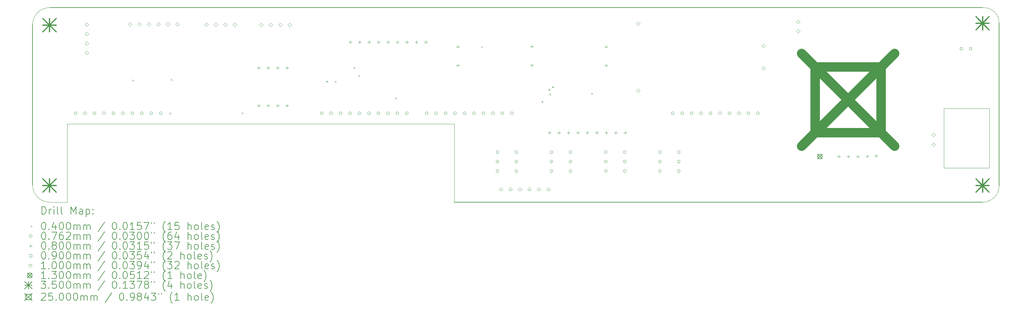
<source format=gbr>
%FSLAX45Y45*%
G04 Gerber Fmt 4.5, Leading zero omitted, Abs format (unit mm)*
G04 Created by KiCad (PCBNEW (6.0.0)) date 2022-01-20 15:11:22*
%MOMM*%
%LPD*%
G01*
G04 APERTURE LIST*
%TA.AperFunction,Profile*%
%ADD10C,0.200000*%
%TD*%
%TA.AperFunction,Profile*%
%ADD11C,0.100000*%
%TD*%
%ADD12C,0.200000*%
%ADD13C,0.040000*%
%ADD14C,0.076200*%
%ADD15C,0.080000*%
%ADD16C,0.090000*%
%ADD17C,0.100000*%
%ADD18C,0.130000*%
%ADD19C,0.350000*%
%ADD20C,2.500000*%
G04 APERTURE END LIST*
D10*
X27254200Y-9738360D02*
X13078460Y-9738360D01*
D11*
X2219960Y-4500880D02*
G75*
G03*
X1757623Y-4958051I-5137J-457171D01*
G01*
X2687320Y-9738360D02*
X2214880Y-9738360D01*
X2687320Y-9738360D02*
X2684780Y-7627620D01*
X27254200Y-9738360D02*
G75*
G03*
X27701240Y-9291320I0J447040D01*
G01*
X2684780Y-7627620D02*
X13078460Y-7627620D01*
D10*
X27696160Y-4907280D02*
X27701240Y-9291320D01*
D11*
X1757680Y-9276080D02*
G75*
G03*
X2214880Y-9738360I462308J0D01*
G01*
X27432000Y-7213600D02*
X27432000Y-8813800D01*
X26212800Y-8813800D02*
X26212800Y-7213600D01*
X13078460Y-7627620D02*
X13078460Y-9738360D01*
X27696160Y-4907280D02*
G75*
G03*
X27259280Y-4500880I-407464J0D01*
G01*
X26212800Y-7213600D02*
X27432000Y-7213600D01*
D10*
X2219960Y-4500880D02*
X27259280Y-4500880D01*
X1757680Y-9276080D02*
X1757623Y-4958051D01*
D11*
X27432000Y-8813800D02*
X26212800Y-8813800D01*
D12*
D13*
X4430080Y-6436680D02*
X4470080Y-6476680D01*
X4470080Y-6436680D02*
X4430080Y-6476680D01*
X5430840Y-7325680D02*
X5470840Y-7365680D01*
X5470840Y-7325680D02*
X5430840Y-7365680D01*
X5463620Y-6424160D02*
X5503620Y-6464160D01*
X5503620Y-6424160D02*
X5463620Y-6464160D01*
X7371400Y-7320600D02*
X7411400Y-7360600D01*
X7411400Y-7320600D02*
X7371400Y-7360600D01*
X9640140Y-6467890D02*
X9680140Y-6507890D01*
X9680140Y-6467890D02*
X9640140Y-6507890D01*
X9869900Y-6474570D02*
X9909900Y-6514570D01*
X9909900Y-6474570D02*
X9869900Y-6514570D01*
X10374560Y-6098660D02*
X10414560Y-6138660D01*
X10414560Y-6098660D02*
X10374560Y-6138660D01*
X10503780Y-6316890D02*
X10543780Y-6356890D01*
X10543780Y-6316890D02*
X10503780Y-6356890D01*
X11493300Y-6922730D02*
X11533300Y-6962730D01*
X11533300Y-6922730D02*
X11493300Y-6962730D01*
X13801300Y-5537320D02*
X13841300Y-5577320D01*
X13841300Y-5537320D02*
X13801300Y-5577320D01*
X15416350Y-7013340D02*
X15456350Y-7053340D01*
X15456350Y-7013340D02*
X15416350Y-7053340D01*
X15603560Y-6692550D02*
X15643560Y-6732550D01*
X15643560Y-6692550D02*
X15603560Y-6732550D01*
X15622580Y-6816540D02*
X15662580Y-6856540D01*
X15662580Y-6816540D02*
X15622580Y-6856540D01*
X15700910Y-6620020D02*
X15740910Y-6660020D01*
X15740910Y-6620020D02*
X15700910Y-6660020D01*
X16752940Y-6791450D02*
X16792940Y-6831450D01*
X16792940Y-6791450D02*
X16752940Y-6831450D01*
D14*
X2950350Y-7343140D02*
G75*
G03*
X2950350Y-7343140I-38100J0D01*
G01*
X3204350Y-7343140D02*
G75*
G03*
X3204350Y-7343140I-38100J0D01*
G01*
X3458350Y-7343140D02*
G75*
G03*
X3458350Y-7343140I-38100J0D01*
G01*
X3712350Y-7343140D02*
G75*
G03*
X3712350Y-7343140I-38100J0D01*
G01*
X3966350Y-7343140D02*
G75*
G03*
X3966350Y-7343140I-38100J0D01*
G01*
X4220350Y-7343140D02*
G75*
G03*
X4220350Y-7343140I-38100J0D01*
G01*
X4474350Y-7343140D02*
G75*
G03*
X4474350Y-7343140I-38100J0D01*
G01*
X4728350Y-7343140D02*
G75*
G03*
X4728350Y-7343140I-38100J0D01*
G01*
X4982350Y-7343140D02*
G75*
G03*
X4982350Y-7343140I-38100J0D01*
G01*
X5236350Y-7343140D02*
G75*
G03*
X5236350Y-7343140I-38100J0D01*
G01*
X9554350Y-7343140D02*
G75*
G03*
X9554350Y-7343140I-38100J0D01*
G01*
X9808350Y-7343140D02*
G75*
G03*
X9808350Y-7343140I-38100J0D01*
G01*
X10062350Y-7343140D02*
G75*
G03*
X10062350Y-7343140I-38100J0D01*
G01*
X10316350Y-7343140D02*
G75*
G03*
X10316350Y-7343140I-38100J0D01*
G01*
X10570350Y-7343140D02*
G75*
G03*
X10570350Y-7343140I-38100J0D01*
G01*
X10824350Y-7343140D02*
G75*
G03*
X10824350Y-7343140I-38100J0D01*
G01*
X11078350Y-7343140D02*
G75*
G03*
X11078350Y-7343140I-38100J0D01*
G01*
X11332350Y-7343140D02*
G75*
G03*
X11332350Y-7343140I-38100J0D01*
G01*
X11586350Y-7343140D02*
G75*
G03*
X11586350Y-7343140I-38100J0D01*
G01*
X11840350Y-7343140D02*
G75*
G03*
X11840350Y-7343140I-38100J0D01*
G01*
X12371650Y-7343140D02*
G75*
G03*
X12371650Y-7343140I-38100J0D01*
G01*
X12625650Y-7343140D02*
G75*
G03*
X12625650Y-7343140I-38100J0D01*
G01*
X12879650Y-7343140D02*
G75*
G03*
X12879650Y-7343140I-38100J0D01*
G01*
X13133650Y-7343140D02*
G75*
G03*
X13133650Y-7343140I-38100J0D01*
G01*
X13387650Y-7343140D02*
G75*
G03*
X13387650Y-7343140I-38100J0D01*
G01*
X13641650Y-7343140D02*
G75*
G03*
X13641650Y-7343140I-38100J0D01*
G01*
X13895650Y-7343140D02*
G75*
G03*
X13895650Y-7343140I-38100J0D01*
G01*
X14149650Y-7343140D02*
G75*
G03*
X14149650Y-7343140I-38100J0D01*
G01*
X14271330Y-8389620D02*
G75*
G03*
X14271330Y-8389620I-38100J0D01*
G01*
X14271330Y-8643620D02*
G75*
G03*
X14271330Y-8643620I-38100J0D01*
G01*
X14271330Y-8897620D02*
G75*
G03*
X14271330Y-8897620I-38100J0D01*
G01*
X14403650Y-7343140D02*
G75*
G03*
X14403650Y-7343140I-38100J0D01*
G01*
X14657650Y-7343140D02*
G75*
G03*
X14657650Y-7343140I-38100J0D01*
G01*
X14779330Y-8389620D02*
G75*
G03*
X14779330Y-8389620I-38100J0D01*
G01*
X14779330Y-8643620D02*
G75*
G03*
X14779330Y-8643620I-38100J0D01*
G01*
X14779330Y-8897620D02*
G75*
G03*
X14779330Y-8897620I-38100J0D01*
G01*
X15724520Y-8389620D02*
G75*
G03*
X15724520Y-8389620I-38100J0D01*
G01*
X15724520Y-8643620D02*
G75*
G03*
X15724520Y-8643620I-38100J0D01*
G01*
X15724520Y-8897620D02*
G75*
G03*
X15724520Y-8897620I-38100J0D01*
G01*
X16232520Y-8389620D02*
G75*
G03*
X16232520Y-8389620I-38100J0D01*
G01*
X16232520Y-8643620D02*
G75*
G03*
X16232520Y-8643620I-38100J0D01*
G01*
X16232520Y-8897620D02*
G75*
G03*
X16232520Y-8897620I-38100J0D01*
G01*
X17177710Y-8389620D02*
G75*
G03*
X17177710Y-8389620I-38100J0D01*
G01*
X17177710Y-8643620D02*
G75*
G03*
X17177710Y-8643620I-38100J0D01*
G01*
X17177710Y-8897620D02*
G75*
G03*
X17177710Y-8897620I-38100J0D01*
G01*
X17685710Y-8389620D02*
G75*
G03*
X17685710Y-8389620I-38100J0D01*
G01*
X17685710Y-8643620D02*
G75*
G03*
X17685710Y-8643620I-38100J0D01*
G01*
X17685710Y-8897620D02*
G75*
G03*
X17685710Y-8897620I-38100J0D01*
G01*
X18630900Y-8389620D02*
G75*
G03*
X18630900Y-8389620I-38100J0D01*
G01*
X18630900Y-8643620D02*
G75*
G03*
X18630900Y-8643620I-38100J0D01*
G01*
X18630900Y-8897620D02*
G75*
G03*
X18630900Y-8897620I-38100J0D01*
G01*
X18975650Y-7343140D02*
G75*
G03*
X18975650Y-7343140I-38100J0D01*
G01*
X19138900Y-8389620D02*
G75*
G03*
X19138900Y-8389620I-38100J0D01*
G01*
X19138900Y-8643620D02*
G75*
G03*
X19138900Y-8643620I-38100J0D01*
G01*
X19138900Y-8897620D02*
G75*
G03*
X19138900Y-8897620I-38100J0D01*
G01*
X19229650Y-7343140D02*
G75*
G03*
X19229650Y-7343140I-38100J0D01*
G01*
X19483650Y-7343140D02*
G75*
G03*
X19483650Y-7343140I-38100J0D01*
G01*
X19737650Y-7343140D02*
G75*
G03*
X19737650Y-7343140I-38100J0D01*
G01*
X19991650Y-7343140D02*
G75*
G03*
X19991650Y-7343140I-38100J0D01*
G01*
X20245650Y-7343140D02*
G75*
G03*
X20245650Y-7343140I-38100J0D01*
G01*
X20499650Y-7343140D02*
G75*
G03*
X20499650Y-7343140I-38100J0D01*
G01*
X20753650Y-7343140D02*
G75*
G03*
X20753650Y-7343140I-38100J0D01*
G01*
X21007650Y-7343140D02*
G75*
G03*
X21007650Y-7343140I-38100J0D01*
G01*
X21261650Y-7343140D02*
G75*
G03*
X21261650Y-7343140I-38100J0D01*
G01*
D15*
X7827280Y-6080900D02*
X7827280Y-6160900D01*
X7787280Y-6120900D02*
X7867280Y-6120900D01*
X7827280Y-7096900D02*
X7827280Y-7176900D01*
X7787280Y-7136900D02*
X7867280Y-7136900D01*
X8081280Y-6080900D02*
X8081280Y-6160900D01*
X8041280Y-6120900D02*
X8121280Y-6120900D01*
X8081280Y-7096900D02*
X8081280Y-7176900D01*
X8041280Y-7136900D02*
X8121280Y-7136900D01*
X8335280Y-6080900D02*
X8335280Y-6160900D01*
X8295280Y-6120900D02*
X8375280Y-6120900D01*
X8335280Y-7096900D02*
X8335280Y-7176900D01*
X8295280Y-7136900D02*
X8375280Y-7136900D01*
X8589280Y-6080900D02*
X8589280Y-6160900D01*
X8549280Y-6120900D02*
X8629280Y-6120900D01*
X8589280Y-7096900D02*
X8589280Y-7176900D01*
X8549280Y-7136900D02*
X8629280Y-7136900D01*
X10280930Y-5390520D02*
X10280930Y-5470520D01*
X10240930Y-5430520D02*
X10320930Y-5430520D01*
X10534930Y-5390520D02*
X10534930Y-5470520D01*
X10494930Y-5430520D02*
X10574930Y-5430520D01*
X10788930Y-5390520D02*
X10788930Y-5470520D01*
X10748930Y-5430520D02*
X10828930Y-5430520D01*
X11042930Y-5390520D02*
X11042930Y-5470520D01*
X11002930Y-5430520D02*
X11082930Y-5430520D01*
X11296930Y-5390520D02*
X11296930Y-5470520D01*
X11256930Y-5430520D02*
X11336930Y-5430520D01*
X11550930Y-5390520D02*
X11550930Y-5470520D01*
X11510930Y-5430520D02*
X11590930Y-5430520D01*
X11804930Y-5390520D02*
X11804930Y-5470520D01*
X11764930Y-5430520D02*
X11844930Y-5430520D01*
X12058930Y-5390520D02*
X12058930Y-5470520D01*
X12018930Y-5430520D02*
X12098930Y-5430520D01*
X12312930Y-5390520D02*
X12312930Y-5470520D01*
X12272930Y-5430520D02*
X12352930Y-5430520D01*
X13167360Y-5512440D02*
X13167360Y-5592440D01*
X13127360Y-5552440D02*
X13207360Y-5552440D01*
X13167360Y-6012440D02*
X13167360Y-6092440D01*
X13127360Y-6052440D02*
X13207360Y-6052440D01*
X15158720Y-5507360D02*
X15158720Y-5587360D01*
X15118720Y-5547360D02*
X15198720Y-5547360D01*
X15158720Y-6007360D02*
X15158720Y-6087360D01*
X15118720Y-6047360D02*
X15198720Y-6047360D01*
X15631160Y-7828920D02*
X15631160Y-7908920D01*
X15591160Y-7868920D02*
X15671160Y-7868920D01*
X15885160Y-7828920D02*
X15885160Y-7908920D01*
X15845160Y-7868920D02*
X15925160Y-7868920D01*
X16139160Y-7828920D02*
X16139160Y-7908920D01*
X16099160Y-7868920D02*
X16179160Y-7868920D01*
X16393160Y-7828920D02*
X16393160Y-7908920D01*
X16353160Y-7868920D02*
X16433160Y-7868920D01*
X16647160Y-7828920D02*
X16647160Y-7908920D01*
X16607160Y-7868920D02*
X16687160Y-7868920D01*
X16901160Y-7828920D02*
X16901160Y-7908920D01*
X16861160Y-7868920D02*
X16941160Y-7868920D01*
X17150080Y-5512440D02*
X17150080Y-5592440D01*
X17110080Y-5552440D02*
X17190080Y-5552440D01*
X17150080Y-6012440D02*
X17150080Y-6092440D01*
X17110080Y-6052440D02*
X17190080Y-6052440D01*
X17155160Y-7828920D02*
X17155160Y-7908920D01*
X17115160Y-7868920D02*
X17195160Y-7868920D01*
X17409160Y-7828920D02*
X17409160Y-7908920D01*
X17369160Y-7868920D02*
X17449160Y-7868920D01*
X17663160Y-7828920D02*
X17663160Y-7908920D01*
X17623160Y-7868920D02*
X17703160Y-7868920D01*
X23395940Y-8469000D02*
X23395940Y-8549000D01*
X23355940Y-8509000D02*
X23435940Y-8509000D01*
X23649940Y-8469000D02*
X23649940Y-8549000D01*
X23609940Y-8509000D02*
X23689940Y-8509000D01*
X23903940Y-8469000D02*
X23903940Y-8549000D01*
X23863940Y-8509000D02*
X23943940Y-8509000D01*
X24157940Y-8466460D02*
X24157940Y-8546460D01*
X24117940Y-8506460D02*
X24197940Y-8506460D01*
X24394160Y-8451220D02*
X24394160Y-8531220D01*
X24354160Y-8491220D02*
X24434160Y-8491220D01*
D16*
X26707870Y-5633880D02*
X26707870Y-5570240D01*
X26644230Y-5570240D01*
X26644230Y-5633880D01*
X26707870Y-5633880D01*
X26961870Y-5633880D02*
X26961870Y-5570240D01*
X26898230Y-5570240D01*
X26898230Y-5633880D01*
X26961870Y-5633880D01*
D17*
X3215640Y-5003000D02*
X3265640Y-4953000D01*
X3215640Y-4903000D01*
X3165640Y-4953000D01*
X3215640Y-5003000D01*
X3215640Y-5257000D02*
X3265640Y-5207000D01*
X3215640Y-5157000D01*
X3165640Y-5207000D01*
X3215640Y-5257000D01*
X3215640Y-5511000D02*
X3265640Y-5461000D01*
X3215640Y-5411000D01*
X3165640Y-5461000D01*
X3215640Y-5511000D01*
X3215640Y-5765000D02*
X3265640Y-5715000D01*
X3215640Y-5665000D01*
X3165640Y-5715000D01*
X3215640Y-5765000D01*
X4368110Y-4997920D02*
X4418110Y-4947920D01*
X4368110Y-4897920D01*
X4318110Y-4947920D01*
X4368110Y-4997920D01*
X4622110Y-4997920D02*
X4672110Y-4947920D01*
X4622110Y-4897920D01*
X4572110Y-4947920D01*
X4622110Y-4997920D01*
X4876110Y-4997920D02*
X4926110Y-4947920D01*
X4876110Y-4897920D01*
X4826110Y-4947920D01*
X4876110Y-4997920D01*
X5130110Y-4997920D02*
X5180110Y-4947920D01*
X5130110Y-4897920D01*
X5080110Y-4947920D01*
X5130110Y-4997920D01*
X5384110Y-4997920D02*
X5434110Y-4947920D01*
X5384110Y-4897920D01*
X5334110Y-4947920D01*
X5384110Y-4997920D01*
X5638110Y-4997920D02*
X5688110Y-4947920D01*
X5638110Y-4897920D01*
X5588110Y-4947920D01*
X5638110Y-4997920D01*
X6421120Y-5003000D02*
X6471120Y-4953000D01*
X6421120Y-4903000D01*
X6371120Y-4953000D01*
X6421120Y-5003000D01*
X6675120Y-5003000D02*
X6725120Y-4953000D01*
X6675120Y-4903000D01*
X6625120Y-4953000D01*
X6675120Y-5003000D01*
X6929120Y-5003000D02*
X6979120Y-4953000D01*
X6929120Y-4903000D01*
X6879120Y-4953000D01*
X6929120Y-5003000D01*
X7183120Y-5003000D02*
X7233120Y-4953000D01*
X7183120Y-4903000D01*
X7133120Y-4953000D01*
X7183120Y-5003000D01*
X7891780Y-5010620D02*
X7941780Y-4960620D01*
X7891780Y-4910620D01*
X7841780Y-4960620D01*
X7891780Y-5010620D01*
X8145780Y-5010620D02*
X8195780Y-4960620D01*
X8145780Y-4910620D01*
X8095780Y-4960620D01*
X8145780Y-5010620D01*
X8399780Y-5010620D02*
X8449780Y-4960620D01*
X8399780Y-4910620D01*
X8349780Y-4960620D01*
X8399780Y-5010620D01*
X8653780Y-5010620D02*
X8703780Y-4960620D01*
X8653780Y-4910620D01*
X8603780Y-4960620D01*
X8653780Y-5010620D01*
X14325600Y-9437840D02*
X14375600Y-9387840D01*
X14325600Y-9337840D01*
X14275600Y-9387840D01*
X14325600Y-9437840D01*
X14579600Y-9437840D02*
X14629600Y-9387840D01*
X14579600Y-9337840D01*
X14529600Y-9387840D01*
X14579600Y-9437840D01*
X14833600Y-9437840D02*
X14883600Y-9387840D01*
X14833600Y-9337840D01*
X14783600Y-9387840D01*
X14833600Y-9437840D01*
X15087600Y-9437840D02*
X15137600Y-9387840D01*
X15087600Y-9337840D01*
X15037600Y-9387840D01*
X15087600Y-9437840D01*
X15341600Y-9437840D02*
X15391600Y-9387840D01*
X15341600Y-9337840D01*
X15291600Y-9387840D01*
X15341600Y-9437840D01*
X15595600Y-9437840D02*
X15645600Y-9387840D01*
X15595600Y-9337840D01*
X15545600Y-9387840D01*
X15595600Y-9437840D01*
X18009390Y-4981840D02*
X18059390Y-4931840D01*
X18009390Y-4881840D01*
X17959390Y-4931840D01*
X18009390Y-4981840D01*
X18009390Y-6781840D02*
X18059390Y-6731840D01*
X18009390Y-6681840D01*
X17959390Y-6731840D01*
X18009390Y-6781840D01*
X21369390Y-5581840D02*
X21419390Y-5531840D01*
X21369390Y-5481840D01*
X21319390Y-5531840D01*
X21369390Y-5581840D01*
X21369390Y-6181840D02*
X21419390Y-6131840D01*
X21369390Y-6081840D01*
X21319390Y-6131840D01*
X21369390Y-6181840D01*
X22301200Y-4926800D02*
X22351200Y-4876800D01*
X22301200Y-4826800D01*
X22251200Y-4876800D01*
X22301200Y-4926800D01*
X22301200Y-5180800D02*
X22351200Y-5130800D01*
X22301200Y-5080800D01*
X22251200Y-5130800D01*
X22301200Y-5180800D01*
X25933400Y-7974800D02*
X25983400Y-7924800D01*
X25933400Y-7874800D01*
X25883400Y-7924800D01*
X25933400Y-7974800D01*
X25933400Y-8228800D02*
X25983400Y-8178800D01*
X25933400Y-8128800D01*
X25883400Y-8178800D01*
X25933400Y-8228800D01*
D18*
X22822940Y-8444000D02*
X22952940Y-8574000D01*
X22952940Y-8444000D02*
X22822940Y-8574000D01*
X22952940Y-8509000D02*
G75*
G03*
X22952940Y-8509000I-65000J0D01*
G01*
D19*
X2037283Y-4798291D02*
X2387283Y-5148291D01*
X2387283Y-4798291D02*
X2037283Y-5148291D01*
X2212283Y-4798291D02*
X2212283Y-5148291D01*
X2037283Y-4973291D02*
X2387283Y-4973291D01*
X2037340Y-9116320D02*
X2387340Y-9466320D01*
X2387340Y-9116320D02*
X2037340Y-9466320D01*
X2212340Y-9116320D02*
X2212340Y-9466320D01*
X2037340Y-9291320D02*
X2387340Y-9291320D01*
X27079200Y-4747520D02*
X27429200Y-5097520D01*
X27429200Y-4747520D02*
X27079200Y-5097520D01*
X27254200Y-4747520D02*
X27254200Y-5097520D01*
X27079200Y-4922520D02*
X27429200Y-4922520D01*
X27079200Y-9116320D02*
X27429200Y-9466320D01*
X27429200Y-9116320D02*
X27079200Y-9466320D01*
X27254200Y-9116320D02*
X27254200Y-9466320D01*
X27079200Y-9291320D02*
X27429200Y-9291320D01*
D20*
X22397400Y-5735000D02*
X24897400Y-8235000D01*
X24897400Y-5735000D02*
X22397400Y-8235000D01*
X24531292Y-7868892D02*
X24531292Y-6101108D01*
X22763508Y-6101108D01*
X22763508Y-7868892D01*
X24531292Y-7868892D01*
D12*
X2005242Y-10058836D02*
X2005242Y-9858836D01*
X2052861Y-9858836D01*
X2081433Y-9868360D01*
X2100480Y-9887408D01*
X2110004Y-9906455D01*
X2119528Y-9944550D01*
X2119528Y-9973122D01*
X2110004Y-10011217D01*
X2100480Y-10030265D01*
X2081433Y-10049312D01*
X2052861Y-10058836D01*
X2005242Y-10058836D01*
X2205242Y-10058836D02*
X2205242Y-9925503D01*
X2205242Y-9963598D02*
X2214766Y-9944550D01*
X2224290Y-9935027D01*
X2243337Y-9925503D01*
X2262385Y-9925503D01*
X2329052Y-10058836D02*
X2329052Y-9925503D01*
X2329052Y-9858836D02*
X2319528Y-9868360D01*
X2329052Y-9877884D01*
X2338576Y-9868360D01*
X2329052Y-9858836D01*
X2329052Y-9877884D01*
X2452861Y-10058836D02*
X2433814Y-10049312D01*
X2424290Y-10030265D01*
X2424290Y-9858836D01*
X2557623Y-10058836D02*
X2538576Y-10049312D01*
X2529052Y-10030265D01*
X2529052Y-9858836D01*
X2786195Y-10058836D02*
X2786195Y-9858836D01*
X2852861Y-10001693D01*
X2919528Y-9858836D01*
X2919528Y-10058836D01*
X3100480Y-10058836D02*
X3100480Y-9954074D01*
X3090956Y-9935027D01*
X3071909Y-9925503D01*
X3033814Y-9925503D01*
X3014766Y-9935027D01*
X3100480Y-10049312D02*
X3081433Y-10058836D01*
X3033814Y-10058836D01*
X3014766Y-10049312D01*
X3005242Y-10030265D01*
X3005242Y-10011217D01*
X3014766Y-9992170D01*
X3033814Y-9982646D01*
X3081433Y-9982646D01*
X3100480Y-9973122D01*
X3195718Y-9925503D02*
X3195718Y-10125503D01*
X3195718Y-9935027D02*
X3214766Y-9925503D01*
X3252861Y-9925503D01*
X3271909Y-9935027D01*
X3281433Y-9944550D01*
X3290956Y-9963598D01*
X3290956Y-10020741D01*
X3281433Y-10039789D01*
X3271909Y-10049312D01*
X3252861Y-10058836D01*
X3214766Y-10058836D01*
X3195718Y-10049312D01*
X3376671Y-10039789D02*
X3386195Y-10049312D01*
X3376671Y-10058836D01*
X3367147Y-10049312D01*
X3376671Y-10039789D01*
X3376671Y-10058836D01*
X3376671Y-9935027D02*
X3386195Y-9944550D01*
X3376671Y-9954074D01*
X3367147Y-9944550D01*
X3376671Y-9935027D01*
X3376671Y-9954074D01*
D13*
X1707623Y-10368360D02*
X1747623Y-10408360D01*
X1747623Y-10368360D02*
X1707623Y-10408360D01*
D12*
X2043337Y-10278836D02*
X2062385Y-10278836D01*
X2081433Y-10288360D01*
X2090956Y-10297884D01*
X2100480Y-10316931D01*
X2110004Y-10355027D01*
X2110004Y-10402646D01*
X2100480Y-10440741D01*
X2090956Y-10459789D01*
X2081433Y-10469312D01*
X2062385Y-10478836D01*
X2043337Y-10478836D01*
X2024290Y-10469312D01*
X2014766Y-10459789D01*
X2005242Y-10440741D01*
X1995718Y-10402646D01*
X1995718Y-10355027D01*
X2005242Y-10316931D01*
X2014766Y-10297884D01*
X2024290Y-10288360D01*
X2043337Y-10278836D01*
X2195718Y-10459789D02*
X2205242Y-10469312D01*
X2195718Y-10478836D01*
X2186195Y-10469312D01*
X2195718Y-10459789D01*
X2195718Y-10478836D01*
X2376671Y-10345503D02*
X2376671Y-10478836D01*
X2329052Y-10269312D02*
X2281433Y-10412170D01*
X2405242Y-10412170D01*
X2519528Y-10278836D02*
X2538576Y-10278836D01*
X2557623Y-10288360D01*
X2567147Y-10297884D01*
X2576671Y-10316931D01*
X2586195Y-10355027D01*
X2586195Y-10402646D01*
X2576671Y-10440741D01*
X2567147Y-10459789D01*
X2557623Y-10469312D01*
X2538576Y-10478836D01*
X2519528Y-10478836D01*
X2500480Y-10469312D01*
X2490957Y-10459789D01*
X2481433Y-10440741D01*
X2471909Y-10402646D01*
X2471909Y-10355027D01*
X2481433Y-10316931D01*
X2490957Y-10297884D01*
X2500480Y-10288360D01*
X2519528Y-10278836D01*
X2710004Y-10278836D02*
X2729052Y-10278836D01*
X2748099Y-10288360D01*
X2757623Y-10297884D01*
X2767147Y-10316931D01*
X2776671Y-10355027D01*
X2776671Y-10402646D01*
X2767147Y-10440741D01*
X2757623Y-10459789D01*
X2748099Y-10469312D01*
X2729052Y-10478836D01*
X2710004Y-10478836D01*
X2690957Y-10469312D01*
X2681433Y-10459789D01*
X2671909Y-10440741D01*
X2662385Y-10402646D01*
X2662385Y-10355027D01*
X2671909Y-10316931D01*
X2681433Y-10297884D01*
X2690957Y-10288360D01*
X2710004Y-10278836D01*
X2862385Y-10478836D02*
X2862385Y-10345503D01*
X2862385Y-10364550D02*
X2871909Y-10355027D01*
X2890956Y-10345503D01*
X2919528Y-10345503D01*
X2938575Y-10355027D01*
X2948099Y-10374074D01*
X2948099Y-10478836D01*
X2948099Y-10374074D02*
X2957623Y-10355027D01*
X2976671Y-10345503D01*
X3005242Y-10345503D01*
X3024290Y-10355027D01*
X3033814Y-10374074D01*
X3033814Y-10478836D01*
X3129052Y-10478836D02*
X3129052Y-10345503D01*
X3129052Y-10364550D02*
X3138575Y-10355027D01*
X3157623Y-10345503D01*
X3186195Y-10345503D01*
X3205242Y-10355027D01*
X3214766Y-10374074D01*
X3214766Y-10478836D01*
X3214766Y-10374074D02*
X3224290Y-10355027D01*
X3243337Y-10345503D01*
X3271909Y-10345503D01*
X3290956Y-10355027D01*
X3300480Y-10374074D01*
X3300480Y-10478836D01*
X3690956Y-10269312D02*
X3519528Y-10526455D01*
X3948099Y-10278836D02*
X3967147Y-10278836D01*
X3986195Y-10288360D01*
X3995718Y-10297884D01*
X4005242Y-10316931D01*
X4014766Y-10355027D01*
X4014766Y-10402646D01*
X4005242Y-10440741D01*
X3995718Y-10459789D01*
X3986195Y-10469312D01*
X3967147Y-10478836D01*
X3948099Y-10478836D01*
X3929052Y-10469312D01*
X3919528Y-10459789D01*
X3910004Y-10440741D01*
X3900480Y-10402646D01*
X3900480Y-10355027D01*
X3910004Y-10316931D01*
X3919528Y-10297884D01*
X3929052Y-10288360D01*
X3948099Y-10278836D01*
X4100480Y-10459789D02*
X4110004Y-10469312D01*
X4100480Y-10478836D01*
X4090956Y-10469312D01*
X4100480Y-10459789D01*
X4100480Y-10478836D01*
X4233814Y-10278836D02*
X4252861Y-10278836D01*
X4271909Y-10288360D01*
X4281433Y-10297884D01*
X4290957Y-10316931D01*
X4300480Y-10355027D01*
X4300480Y-10402646D01*
X4290957Y-10440741D01*
X4281433Y-10459789D01*
X4271909Y-10469312D01*
X4252861Y-10478836D01*
X4233814Y-10478836D01*
X4214766Y-10469312D01*
X4205242Y-10459789D01*
X4195718Y-10440741D01*
X4186195Y-10402646D01*
X4186195Y-10355027D01*
X4195718Y-10316931D01*
X4205242Y-10297884D01*
X4214766Y-10288360D01*
X4233814Y-10278836D01*
X4490957Y-10478836D02*
X4376671Y-10478836D01*
X4433814Y-10478836D02*
X4433814Y-10278836D01*
X4414766Y-10307408D01*
X4395718Y-10326455D01*
X4376671Y-10335979D01*
X4671909Y-10278836D02*
X4576671Y-10278836D01*
X4567147Y-10374074D01*
X4576671Y-10364550D01*
X4595718Y-10355027D01*
X4643337Y-10355027D01*
X4662385Y-10364550D01*
X4671909Y-10374074D01*
X4681433Y-10393122D01*
X4681433Y-10440741D01*
X4671909Y-10459789D01*
X4662385Y-10469312D01*
X4643337Y-10478836D01*
X4595718Y-10478836D01*
X4576671Y-10469312D01*
X4567147Y-10459789D01*
X4748099Y-10278836D02*
X4881433Y-10278836D01*
X4795718Y-10478836D01*
X4948099Y-10278836D02*
X4948099Y-10316931D01*
X5024290Y-10278836D02*
X5024290Y-10316931D01*
X5319528Y-10555027D02*
X5310004Y-10545503D01*
X5290957Y-10516931D01*
X5281433Y-10497884D01*
X5271909Y-10469312D01*
X5262385Y-10421693D01*
X5262385Y-10383598D01*
X5271909Y-10335979D01*
X5281433Y-10307408D01*
X5290957Y-10288360D01*
X5310004Y-10259789D01*
X5319528Y-10250265D01*
X5500480Y-10478836D02*
X5386195Y-10478836D01*
X5443337Y-10478836D02*
X5443337Y-10278836D01*
X5424290Y-10307408D01*
X5405242Y-10326455D01*
X5386195Y-10335979D01*
X5681433Y-10278836D02*
X5586195Y-10278836D01*
X5576671Y-10374074D01*
X5586195Y-10364550D01*
X5605242Y-10355027D01*
X5652861Y-10355027D01*
X5671909Y-10364550D01*
X5681433Y-10374074D01*
X5690956Y-10393122D01*
X5690956Y-10440741D01*
X5681433Y-10459789D01*
X5671909Y-10469312D01*
X5652861Y-10478836D01*
X5605242Y-10478836D01*
X5586195Y-10469312D01*
X5576671Y-10459789D01*
X5929052Y-10478836D02*
X5929052Y-10278836D01*
X6014766Y-10478836D02*
X6014766Y-10374074D01*
X6005242Y-10355027D01*
X5986195Y-10345503D01*
X5957623Y-10345503D01*
X5938575Y-10355027D01*
X5929052Y-10364550D01*
X6138575Y-10478836D02*
X6119528Y-10469312D01*
X6110004Y-10459789D01*
X6100480Y-10440741D01*
X6100480Y-10383598D01*
X6110004Y-10364550D01*
X6119528Y-10355027D01*
X6138575Y-10345503D01*
X6167147Y-10345503D01*
X6186195Y-10355027D01*
X6195718Y-10364550D01*
X6205242Y-10383598D01*
X6205242Y-10440741D01*
X6195718Y-10459789D01*
X6186195Y-10469312D01*
X6167147Y-10478836D01*
X6138575Y-10478836D01*
X6319528Y-10478836D02*
X6300480Y-10469312D01*
X6290956Y-10450265D01*
X6290956Y-10278836D01*
X6471909Y-10469312D02*
X6452861Y-10478836D01*
X6414766Y-10478836D01*
X6395718Y-10469312D01*
X6386195Y-10450265D01*
X6386195Y-10374074D01*
X6395718Y-10355027D01*
X6414766Y-10345503D01*
X6452861Y-10345503D01*
X6471909Y-10355027D01*
X6481433Y-10374074D01*
X6481433Y-10393122D01*
X6386195Y-10412170D01*
X6557623Y-10469312D02*
X6576671Y-10478836D01*
X6614766Y-10478836D01*
X6633814Y-10469312D01*
X6643337Y-10450265D01*
X6643337Y-10440741D01*
X6633814Y-10421693D01*
X6614766Y-10412170D01*
X6586195Y-10412170D01*
X6567147Y-10402646D01*
X6557623Y-10383598D01*
X6557623Y-10374074D01*
X6567147Y-10355027D01*
X6586195Y-10345503D01*
X6614766Y-10345503D01*
X6633814Y-10355027D01*
X6710004Y-10555027D02*
X6719528Y-10545503D01*
X6738575Y-10516931D01*
X6748099Y-10497884D01*
X6757623Y-10469312D01*
X6767147Y-10421693D01*
X6767147Y-10383598D01*
X6757623Y-10335979D01*
X6748099Y-10307408D01*
X6738575Y-10288360D01*
X6719528Y-10259789D01*
X6710004Y-10250265D01*
D14*
X1747623Y-10652360D02*
G75*
G03*
X1747623Y-10652360I-38100J0D01*
G01*
D12*
X2043337Y-10542836D02*
X2062385Y-10542836D01*
X2081433Y-10552360D01*
X2090956Y-10561884D01*
X2100480Y-10580931D01*
X2110004Y-10619027D01*
X2110004Y-10666646D01*
X2100480Y-10704741D01*
X2090956Y-10723789D01*
X2081433Y-10733312D01*
X2062385Y-10742836D01*
X2043337Y-10742836D01*
X2024290Y-10733312D01*
X2014766Y-10723789D01*
X2005242Y-10704741D01*
X1995718Y-10666646D01*
X1995718Y-10619027D01*
X2005242Y-10580931D01*
X2014766Y-10561884D01*
X2024290Y-10552360D01*
X2043337Y-10542836D01*
X2195718Y-10723789D02*
X2205242Y-10733312D01*
X2195718Y-10742836D01*
X2186195Y-10733312D01*
X2195718Y-10723789D01*
X2195718Y-10742836D01*
X2271909Y-10542836D02*
X2405242Y-10542836D01*
X2319528Y-10742836D01*
X2567147Y-10542836D02*
X2529052Y-10542836D01*
X2510004Y-10552360D01*
X2500480Y-10561884D01*
X2481433Y-10590455D01*
X2471909Y-10628550D01*
X2471909Y-10704741D01*
X2481433Y-10723789D01*
X2490957Y-10733312D01*
X2510004Y-10742836D01*
X2548099Y-10742836D01*
X2567147Y-10733312D01*
X2576671Y-10723789D01*
X2586195Y-10704741D01*
X2586195Y-10657122D01*
X2576671Y-10638074D01*
X2567147Y-10628550D01*
X2548099Y-10619027D01*
X2510004Y-10619027D01*
X2490957Y-10628550D01*
X2481433Y-10638074D01*
X2471909Y-10657122D01*
X2662385Y-10561884D02*
X2671909Y-10552360D01*
X2690957Y-10542836D01*
X2738576Y-10542836D01*
X2757623Y-10552360D01*
X2767147Y-10561884D01*
X2776671Y-10580931D01*
X2776671Y-10599979D01*
X2767147Y-10628550D01*
X2652861Y-10742836D01*
X2776671Y-10742836D01*
X2862385Y-10742836D02*
X2862385Y-10609503D01*
X2862385Y-10628550D02*
X2871909Y-10619027D01*
X2890956Y-10609503D01*
X2919528Y-10609503D01*
X2938575Y-10619027D01*
X2948099Y-10638074D01*
X2948099Y-10742836D01*
X2948099Y-10638074D02*
X2957623Y-10619027D01*
X2976671Y-10609503D01*
X3005242Y-10609503D01*
X3024290Y-10619027D01*
X3033814Y-10638074D01*
X3033814Y-10742836D01*
X3129052Y-10742836D02*
X3129052Y-10609503D01*
X3129052Y-10628550D02*
X3138575Y-10619027D01*
X3157623Y-10609503D01*
X3186195Y-10609503D01*
X3205242Y-10619027D01*
X3214766Y-10638074D01*
X3214766Y-10742836D01*
X3214766Y-10638074D02*
X3224290Y-10619027D01*
X3243337Y-10609503D01*
X3271909Y-10609503D01*
X3290956Y-10619027D01*
X3300480Y-10638074D01*
X3300480Y-10742836D01*
X3690956Y-10533312D02*
X3519528Y-10790455D01*
X3948099Y-10542836D02*
X3967147Y-10542836D01*
X3986195Y-10552360D01*
X3995718Y-10561884D01*
X4005242Y-10580931D01*
X4014766Y-10619027D01*
X4014766Y-10666646D01*
X4005242Y-10704741D01*
X3995718Y-10723789D01*
X3986195Y-10733312D01*
X3967147Y-10742836D01*
X3948099Y-10742836D01*
X3929052Y-10733312D01*
X3919528Y-10723789D01*
X3910004Y-10704741D01*
X3900480Y-10666646D01*
X3900480Y-10619027D01*
X3910004Y-10580931D01*
X3919528Y-10561884D01*
X3929052Y-10552360D01*
X3948099Y-10542836D01*
X4100480Y-10723789D02*
X4110004Y-10733312D01*
X4100480Y-10742836D01*
X4090956Y-10733312D01*
X4100480Y-10723789D01*
X4100480Y-10742836D01*
X4233814Y-10542836D02*
X4252861Y-10542836D01*
X4271909Y-10552360D01*
X4281433Y-10561884D01*
X4290957Y-10580931D01*
X4300480Y-10619027D01*
X4300480Y-10666646D01*
X4290957Y-10704741D01*
X4281433Y-10723789D01*
X4271909Y-10733312D01*
X4252861Y-10742836D01*
X4233814Y-10742836D01*
X4214766Y-10733312D01*
X4205242Y-10723789D01*
X4195718Y-10704741D01*
X4186195Y-10666646D01*
X4186195Y-10619027D01*
X4195718Y-10580931D01*
X4205242Y-10561884D01*
X4214766Y-10552360D01*
X4233814Y-10542836D01*
X4367147Y-10542836D02*
X4490957Y-10542836D01*
X4424290Y-10619027D01*
X4452861Y-10619027D01*
X4471909Y-10628550D01*
X4481433Y-10638074D01*
X4490957Y-10657122D01*
X4490957Y-10704741D01*
X4481433Y-10723789D01*
X4471909Y-10733312D01*
X4452861Y-10742836D01*
X4395718Y-10742836D01*
X4376671Y-10733312D01*
X4367147Y-10723789D01*
X4614766Y-10542836D02*
X4633814Y-10542836D01*
X4652861Y-10552360D01*
X4662385Y-10561884D01*
X4671909Y-10580931D01*
X4681433Y-10619027D01*
X4681433Y-10666646D01*
X4671909Y-10704741D01*
X4662385Y-10723789D01*
X4652861Y-10733312D01*
X4633814Y-10742836D01*
X4614766Y-10742836D01*
X4595718Y-10733312D01*
X4586195Y-10723789D01*
X4576671Y-10704741D01*
X4567147Y-10666646D01*
X4567147Y-10619027D01*
X4576671Y-10580931D01*
X4586195Y-10561884D01*
X4595718Y-10552360D01*
X4614766Y-10542836D01*
X4805242Y-10542836D02*
X4824290Y-10542836D01*
X4843337Y-10552360D01*
X4852861Y-10561884D01*
X4862385Y-10580931D01*
X4871909Y-10619027D01*
X4871909Y-10666646D01*
X4862385Y-10704741D01*
X4852861Y-10723789D01*
X4843337Y-10733312D01*
X4824290Y-10742836D01*
X4805242Y-10742836D01*
X4786195Y-10733312D01*
X4776671Y-10723789D01*
X4767147Y-10704741D01*
X4757623Y-10666646D01*
X4757623Y-10619027D01*
X4767147Y-10580931D01*
X4776671Y-10561884D01*
X4786195Y-10552360D01*
X4805242Y-10542836D01*
X4948099Y-10542836D02*
X4948099Y-10580931D01*
X5024290Y-10542836D02*
X5024290Y-10580931D01*
X5319528Y-10819027D02*
X5310004Y-10809503D01*
X5290957Y-10780931D01*
X5281433Y-10761884D01*
X5271909Y-10733312D01*
X5262385Y-10685693D01*
X5262385Y-10647598D01*
X5271909Y-10599979D01*
X5281433Y-10571408D01*
X5290957Y-10552360D01*
X5310004Y-10523789D01*
X5319528Y-10514265D01*
X5481433Y-10542836D02*
X5443337Y-10542836D01*
X5424290Y-10552360D01*
X5414766Y-10561884D01*
X5395718Y-10590455D01*
X5386195Y-10628550D01*
X5386195Y-10704741D01*
X5395718Y-10723789D01*
X5405242Y-10733312D01*
X5424290Y-10742836D01*
X5462385Y-10742836D01*
X5481433Y-10733312D01*
X5490957Y-10723789D01*
X5500480Y-10704741D01*
X5500480Y-10657122D01*
X5490957Y-10638074D01*
X5481433Y-10628550D01*
X5462385Y-10619027D01*
X5424290Y-10619027D01*
X5405242Y-10628550D01*
X5395718Y-10638074D01*
X5386195Y-10657122D01*
X5671909Y-10609503D02*
X5671909Y-10742836D01*
X5624290Y-10533312D02*
X5576671Y-10676170D01*
X5700480Y-10676170D01*
X5929052Y-10742836D02*
X5929052Y-10542836D01*
X6014766Y-10742836D02*
X6014766Y-10638074D01*
X6005242Y-10619027D01*
X5986195Y-10609503D01*
X5957623Y-10609503D01*
X5938575Y-10619027D01*
X5929052Y-10628550D01*
X6138575Y-10742836D02*
X6119528Y-10733312D01*
X6110004Y-10723789D01*
X6100480Y-10704741D01*
X6100480Y-10647598D01*
X6110004Y-10628550D01*
X6119528Y-10619027D01*
X6138575Y-10609503D01*
X6167147Y-10609503D01*
X6186195Y-10619027D01*
X6195718Y-10628550D01*
X6205242Y-10647598D01*
X6205242Y-10704741D01*
X6195718Y-10723789D01*
X6186195Y-10733312D01*
X6167147Y-10742836D01*
X6138575Y-10742836D01*
X6319528Y-10742836D02*
X6300480Y-10733312D01*
X6290956Y-10714265D01*
X6290956Y-10542836D01*
X6471909Y-10733312D02*
X6452861Y-10742836D01*
X6414766Y-10742836D01*
X6395718Y-10733312D01*
X6386195Y-10714265D01*
X6386195Y-10638074D01*
X6395718Y-10619027D01*
X6414766Y-10609503D01*
X6452861Y-10609503D01*
X6471909Y-10619027D01*
X6481433Y-10638074D01*
X6481433Y-10657122D01*
X6386195Y-10676170D01*
X6557623Y-10733312D02*
X6576671Y-10742836D01*
X6614766Y-10742836D01*
X6633814Y-10733312D01*
X6643337Y-10714265D01*
X6643337Y-10704741D01*
X6633814Y-10685693D01*
X6614766Y-10676170D01*
X6586195Y-10676170D01*
X6567147Y-10666646D01*
X6557623Y-10647598D01*
X6557623Y-10638074D01*
X6567147Y-10619027D01*
X6586195Y-10609503D01*
X6614766Y-10609503D01*
X6633814Y-10619027D01*
X6710004Y-10819027D02*
X6719528Y-10809503D01*
X6738575Y-10780931D01*
X6748099Y-10761884D01*
X6757623Y-10733312D01*
X6767147Y-10685693D01*
X6767147Y-10647598D01*
X6757623Y-10599979D01*
X6748099Y-10571408D01*
X6738575Y-10552360D01*
X6719528Y-10523789D01*
X6710004Y-10514265D01*
D15*
X1707623Y-10876360D02*
X1707623Y-10956360D01*
X1667623Y-10916360D02*
X1747623Y-10916360D01*
D12*
X2043337Y-10806836D02*
X2062385Y-10806836D01*
X2081433Y-10816360D01*
X2090956Y-10825884D01*
X2100480Y-10844931D01*
X2110004Y-10883027D01*
X2110004Y-10930646D01*
X2100480Y-10968741D01*
X2090956Y-10987789D01*
X2081433Y-10997312D01*
X2062385Y-11006836D01*
X2043337Y-11006836D01*
X2024290Y-10997312D01*
X2014766Y-10987789D01*
X2005242Y-10968741D01*
X1995718Y-10930646D01*
X1995718Y-10883027D01*
X2005242Y-10844931D01*
X2014766Y-10825884D01*
X2024290Y-10816360D01*
X2043337Y-10806836D01*
X2195718Y-10987789D02*
X2205242Y-10997312D01*
X2195718Y-11006836D01*
X2186195Y-10997312D01*
X2195718Y-10987789D01*
X2195718Y-11006836D01*
X2319528Y-10892550D02*
X2300480Y-10883027D01*
X2290957Y-10873503D01*
X2281433Y-10854455D01*
X2281433Y-10844931D01*
X2290957Y-10825884D01*
X2300480Y-10816360D01*
X2319528Y-10806836D01*
X2357623Y-10806836D01*
X2376671Y-10816360D01*
X2386195Y-10825884D01*
X2395718Y-10844931D01*
X2395718Y-10854455D01*
X2386195Y-10873503D01*
X2376671Y-10883027D01*
X2357623Y-10892550D01*
X2319528Y-10892550D01*
X2300480Y-10902074D01*
X2290957Y-10911598D01*
X2281433Y-10930646D01*
X2281433Y-10968741D01*
X2290957Y-10987789D01*
X2300480Y-10997312D01*
X2319528Y-11006836D01*
X2357623Y-11006836D01*
X2376671Y-10997312D01*
X2386195Y-10987789D01*
X2395718Y-10968741D01*
X2395718Y-10930646D01*
X2386195Y-10911598D01*
X2376671Y-10902074D01*
X2357623Y-10892550D01*
X2519528Y-10806836D02*
X2538576Y-10806836D01*
X2557623Y-10816360D01*
X2567147Y-10825884D01*
X2576671Y-10844931D01*
X2586195Y-10883027D01*
X2586195Y-10930646D01*
X2576671Y-10968741D01*
X2567147Y-10987789D01*
X2557623Y-10997312D01*
X2538576Y-11006836D01*
X2519528Y-11006836D01*
X2500480Y-10997312D01*
X2490957Y-10987789D01*
X2481433Y-10968741D01*
X2471909Y-10930646D01*
X2471909Y-10883027D01*
X2481433Y-10844931D01*
X2490957Y-10825884D01*
X2500480Y-10816360D01*
X2519528Y-10806836D01*
X2710004Y-10806836D02*
X2729052Y-10806836D01*
X2748099Y-10816360D01*
X2757623Y-10825884D01*
X2767147Y-10844931D01*
X2776671Y-10883027D01*
X2776671Y-10930646D01*
X2767147Y-10968741D01*
X2757623Y-10987789D01*
X2748099Y-10997312D01*
X2729052Y-11006836D01*
X2710004Y-11006836D01*
X2690957Y-10997312D01*
X2681433Y-10987789D01*
X2671909Y-10968741D01*
X2662385Y-10930646D01*
X2662385Y-10883027D01*
X2671909Y-10844931D01*
X2681433Y-10825884D01*
X2690957Y-10816360D01*
X2710004Y-10806836D01*
X2862385Y-11006836D02*
X2862385Y-10873503D01*
X2862385Y-10892550D02*
X2871909Y-10883027D01*
X2890956Y-10873503D01*
X2919528Y-10873503D01*
X2938575Y-10883027D01*
X2948099Y-10902074D01*
X2948099Y-11006836D01*
X2948099Y-10902074D02*
X2957623Y-10883027D01*
X2976671Y-10873503D01*
X3005242Y-10873503D01*
X3024290Y-10883027D01*
X3033814Y-10902074D01*
X3033814Y-11006836D01*
X3129052Y-11006836D02*
X3129052Y-10873503D01*
X3129052Y-10892550D02*
X3138575Y-10883027D01*
X3157623Y-10873503D01*
X3186195Y-10873503D01*
X3205242Y-10883027D01*
X3214766Y-10902074D01*
X3214766Y-11006836D01*
X3214766Y-10902074D02*
X3224290Y-10883027D01*
X3243337Y-10873503D01*
X3271909Y-10873503D01*
X3290956Y-10883027D01*
X3300480Y-10902074D01*
X3300480Y-11006836D01*
X3690956Y-10797312D02*
X3519528Y-11054455D01*
X3948099Y-10806836D02*
X3967147Y-10806836D01*
X3986195Y-10816360D01*
X3995718Y-10825884D01*
X4005242Y-10844931D01*
X4014766Y-10883027D01*
X4014766Y-10930646D01*
X4005242Y-10968741D01*
X3995718Y-10987789D01*
X3986195Y-10997312D01*
X3967147Y-11006836D01*
X3948099Y-11006836D01*
X3929052Y-10997312D01*
X3919528Y-10987789D01*
X3910004Y-10968741D01*
X3900480Y-10930646D01*
X3900480Y-10883027D01*
X3910004Y-10844931D01*
X3919528Y-10825884D01*
X3929052Y-10816360D01*
X3948099Y-10806836D01*
X4100480Y-10987789D02*
X4110004Y-10997312D01*
X4100480Y-11006836D01*
X4090956Y-10997312D01*
X4100480Y-10987789D01*
X4100480Y-11006836D01*
X4233814Y-10806836D02*
X4252861Y-10806836D01*
X4271909Y-10816360D01*
X4281433Y-10825884D01*
X4290957Y-10844931D01*
X4300480Y-10883027D01*
X4300480Y-10930646D01*
X4290957Y-10968741D01*
X4281433Y-10987789D01*
X4271909Y-10997312D01*
X4252861Y-11006836D01*
X4233814Y-11006836D01*
X4214766Y-10997312D01*
X4205242Y-10987789D01*
X4195718Y-10968741D01*
X4186195Y-10930646D01*
X4186195Y-10883027D01*
X4195718Y-10844931D01*
X4205242Y-10825884D01*
X4214766Y-10816360D01*
X4233814Y-10806836D01*
X4367147Y-10806836D02*
X4490957Y-10806836D01*
X4424290Y-10883027D01*
X4452861Y-10883027D01*
X4471909Y-10892550D01*
X4481433Y-10902074D01*
X4490957Y-10921122D01*
X4490957Y-10968741D01*
X4481433Y-10987789D01*
X4471909Y-10997312D01*
X4452861Y-11006836D01*
X4395718Y-11006836D01*
X4376671Y-10997312D01*
X4367147Y-10987789D01*
X4681433Y-11006836D02*
X4567147Y-11006836D01*
X4624290Y-11006836D02*
X4624290Y-10806836D01*
X4605242Y-10835408D01*
X4586195Y-10854455D01*
X4567147Y-10863979D01*
X4862385Y-10806836D02*
X4767147Y-10806836D01*
X4757623Y-10902074D01*
X4767147Y-10892550D01*
X4786195Y-10883027D01*
X4833814Y-10883027D01*
X4852861Y-10892550D01*
X4862385Y-10902074D01*
X4871909Y-10921122D01*
X4871909Y-10968741D01*
X4862385Y-10987789D01*
X4852861Y-10997312D01*
X4833814Y-11006836D01*
X4786195Y-11006836D01*
X4767147Y-10997312D01*
X4757623Y-10987789D01*
X4948099Y-10806836D02*
X4948099Y-10844931D01*
X5024290Y-10806836D02*
X5024290Y-10844931D01*
X5319528Y-11083027D02*
X5310004Y-11073503D01*
X5290957Y-11044931D01*
X5281433Y-11025884D01*
X5271909Y-10997312D01*
X5262385Y-10949693D01*
X5262385Y-10911598D01*
X5271909Y-10863979D01*
X5281433Y-10835408D01*
X5290957Y-10816360D01*
X5310004Y-10787789D01*
X5319528Y-10778265D01*
X5376671Y-10806836D02*
X5500480Y-10806836D01*
X5433814Y-10883027D01*
X5462385Y-10883027D01*
X5481433Y-10892550D01*
X5490957Y-10902074D01*
X5500480Y-10921122D01*
X5500480Y-10968741D01*
X5490957Y-10987789D01*
X5481433Y-10997312D01*
X5462385Y-11006836D01*
X5405242Y-11006836D01*
X5386195Y-10997312D01*
X5376671Y-10987789D01*
X5567147Y-10806836D02*
X5700480Y-10806836D01*
X5614766Y-11006836D01*
X5929052Y-11006836D02*
X5929052Y-10806836D01*
X6014766Y-11006836D02*
X6014766Y-10902074D01*
X6005242Y-10883027D01*
X5986195Y-10873503D01*
X5957623Y-10873503D01*
X5938575Y-10883027D01*
X5929052Y-10892550D01*
X6138575Y-11006836D02*
X6119528Y-10997312D01*
X6110004Y-10987789D01*
X6100480Y-10968741D01*
X6100480Y-10911598D01*
X6110004Y-10892550D01*
X6119528Y-10883027D01*
X6138575Y-10873503D01*
X6167147Y-10873503D01*
X6186195Y-10883027D01*
X6195718Y-10892550D01*
X6205242Y-10911598D01*
X6205242Y-10968741D01*
X6195718Y-10987789D01*
X6186195Y-10997312D01*
X6167147Y-11006836D01*
X6138575Y-11006836D01*
X6319528Y-11006836D02*
X6300480Y-10997312D01*
X6290956Y-10978265D01*
X6290956Y-10806836D01*
X6471909Y-10997312D02*
X6452861Y-11006836D01*
X6414766Y-11006836D01*
X6395718Y-10997312D01*
X6386195Y-10978265D01*
X6386195Y-10902074D01*
X6395718Y-10883027D01*
X6414766Y-10873503D01*
X6452861Y-10873503D01*
X6471909Y-10883027D01*
X6481433Y-10902074D01*
X6481433Y-10921122D01*
X6386195Y-10940170D01*
X6557623Y-10997312D02*
X6576671Y-11006836D01*
X6614766Y-11006836D01*
X6633814Y-10997312D01*
X6643337Y-10978265D01*
X6643337Y-10968741D01*
X6633814Y-10949693D01*
X6614766Y-10940170D01*
X6586195Y-10940170D01*
X6567147Y-10930646D01*
X6557623Y-10911598D01*
X6557623Y-10902074D01*
X6567147Y-10883027D01*
X6586195Y-10873503D01*
X6614766Y-10873503D01*
X6633814Y-10883027D01*
X6710004Y-11083027D02*
X6719528Y-11073503D01*
X6738575Y-11044931D01*
X6748099Y-11025884D01*
X6757623Y-10997312D01*
X6767147Y-10949693D01*
X6767147Y-10911598D01*
X6757623Y-10863979D01*
X6748099Y-10835408D01*
X6738575Y-10816360D01*
X6719528Y-10787789D01*
X6710004Y-10778265D01*
D16*
X1734443Y-11212180D02*
X1734443Y-11148540D01*
X1670803Y-11148540D01*
X1670803Y-11212180D01*
X1734443Y-11212180D01*
D12*
X2043337Y-11070836D02*
X2062385Y-11070836D01*
X2081433Y-11080360D01*
X2090956Y-11089884D01*
X2100480Y-11108931D01*
X2110004Y-11147027D01*
X2110004Y-11194646D01*
X2100480Y-11232741D01*
X2090956Y-11251788D01*
X2081433Y-11261312D01*
X2062385Y-11270836D01*
X2043337Y-11270836D01*
X2024290Y-11261312D01*
X2014766Y-11251788D01*
X2005242Y-11232741D01*
X1995718Y-11194646D01*
X1995718Y-11147027D01*
X2005242Y-11108931D01*
X2014766Y-11089884D01*
X2024290Y-11080360D01*
X2043337Y-11070836D01*
X2195718Y-11251788D02*
X2205242Y-11261312D01*
X2195718Y-11270836D01*
X2186195Y-11261312D01*
X2195718Y-11251788D01*
X2195718Y-11270836D01*
X2300480Y-11270836D02*
X2338576Y-11270836D01*
X2357623Y-11261312D01*
X2367147Y-11251788D01*
X2386195Y-11223217D01*
X2395718Y-11185122D01*
X2395718Y-11108931D01*
X2386195Y-11089884D01*
X2376671Y-11080360D01*
X2357623Y-11070836D01*
X2319528Y-11070836D01*
X2300480Y-11080360D01*
X2290957Y-11089884D01*
X2281433Y-11108931D01*
X2281433Y-11156550D01*
X2290957Y-11175598D01*
X2300480Y-11185122D01*
X2319528Y-11194646D01*
X2357623Y-11194646D01*
X2376671Y-11185122D01*
X2386195Y-11175598D01*
X2395718Y-11156550D01*
X2519528Y-11070836D02*
X2538576Y-11070836D01*
X2557623Y-11080360D01*
X2567147Y-11089884D01*
X2576671Y-11108931D01*
X2586195Y-11147027D01*
X2586195Y-11194646D01*
X2576671Y-11232741D01*
X2567147Y-11251788D01*
X2557623Y-11261312D01*
X2538576Y-11270836D01*
X2519528Y-11270836D01*
X2500480Y-11261312D01*
X2490957Y-11251788D01*
X2481433Y-11232741D01*
X2471909Y-11194646D01*
X2471909Y-11147027D01*
X2481433Y-11108931D01*
X2490957Y-11089884D01*
X2500480Y-11080360D01*
X2519528Y-11070836D01*
X2710004Y-11070836D02*
X2729052Y-11070836D01*
X2748099Y-11080360D01*
X2757623Y-11089884D01*
X2767147Y-11108931D01*
X2776671Y-11147027D01*
X2776671Y-11194646D01*
X2767147Y-11232741D01*
X2757623Y-11251788D01*
X2748099Y-11261312D01*
X2729052Y-11270836D01*
X2710004Y-11270836D01*
X2690957Y-11261312D01*
X2681433Y-11251788D01*
X2671909Y-11232741D01*
X2662385Y-11194646D01*
X2662385Y-11147027D01*
X2671909Y-11108931D01*
X2681433Y-11089884D01*
X2690957Y-11080360D01*
X2710004Y-11070836D01*
X2862385Y-11270836D02*
X2862385Y-11137503D01*
X2862385Y-11156550D02*
X2871909Y-11147027D01*
X2890956Y-11137503D01*
X2919528Y-11137503D01*
X2938575Y-11147027D01*
X2948099Y-11166074D01*
X2948099Y-11270836D01*
X2948099Y-11166074D02*
X2957623Y-11147027D01*
X2976671Y-11137503D01*
X3005242Y-11137503D01*
X3024290Y-11147027D01*
X3033814Y-11166074D01*
X3033814Y-11270836D01*
X3129052Y-11270836D02*
X3129052Y-11137503D01*
X3129052Y-11156550D02*
X3138575Y-11147027D01*
X3157623Y-11137503D01*
X3186195Y-11137503D01*
X3205242Y-11147027D01*
X3214766Y-11166074D01*
X3214766Y-11270836D01*
X3214766Y-11166074D02*
X3224290Y-11147027D01*
X3243337Y-11137503D01*
X3271909Y-11137503D01*
X3290956Y-11147027D01*
X3300480Y-11166074D01*
X3300480Y-11270836D01*
X3690956Y-11061312D02*
X3519528Y-11318455D01*
X3948099Y-11070836D02*
X3967147Y-11070836D01*
X3986195Y-11080360D01*
X3995718Y-11089884D01*
X4005242Y-11108931D01*
X4014766Y-11147027D01*
X4014766Y-11194646D01*
X4005242Y-11232741D01*
X3995718Y-11251788D01*
X3986195Y-11261312D01*
X3967147Y-11270836D01*
X3948099Y-11270836D01*
X3929052Y-11261312D01*
X3919528Y-11251788D01*
X3910004Y-11232741D01*
X3900480Y-11194646D01*
X3900480Y-11147027D01*
X3910004Y-11108931D01*
X3919528Y-11089884D01*
X3929052Y-11080360D01*
X3948099Y-11070836D01*
X4100480Y-11251788D02*
X4110004Y-11261312D01*
X4100480Y-11270836D01*
X4090956Y-11261312D01*
X4100480Y-11251788D01*
X4100480Y-11270836D01*
X4233814Y-11070836D02*
X4252861Y-11070836D01*
X4271909Y-11080360D01*
X4281433Y-11089884D01*
X4290957Y-11108931D01*
X4300480Y-11147027D01*
X4300480Y-11194646D01*
X4290957Y-11232741D01*
X4281433Y-11251788D01*
X4271909Y-11261312D01*
X4252861Y-11270836D01*
X4233814Y-11270836D01*
X4214766Y-11261312D01*
X4205242Y-11251788D01*
X4195718Y-11232741D01*
X4186195Y-11194646D01*
X4186195Y-11147027D01*
X4195718Y-11108931D01*
X4205242Y-11089884D01*
X4214766Y-11080360D01*
X4233814Y-11070836D01*
X4367147Y-11070836D02*
X4490957Y-11070836D01*
X4424290Y-11147027D01*
X4452861Y-11147027D01*
X4471909Y-11156550D01*
X4481433Y-11166074D01*
X4490957Y-11185122D01*
X4490957Y-11232741D01*
X4481433Y-11251788D01*
X4471909Y-11261312D01*
X4452861Y-11270836D01*
X4395718Y-11270836D01*
X4376671Y-11261312D01*
X4367147Y-11251788D01*
X4671909Y-11070836D02*
X4576671Y-11070836D01*
X4567147Y-11166074D01*
X4576671Y-11156550D01*
X4595718Y-11147027D01*
X4643337Y-11147027D01*
X4662385Y-11156550D01*
X4671909Y-11166074D01*
X4681433Y-11185122D01*
X4681433Y-11232741D01*
X4671909Y-11251788D01*
X4662385Y-11261312D01*
X4643337Y-11270836D01*
X4595718Y-11270836D01*
X4576671Y-11261312D01*
X4567147Y-11251788D01*
X4852861Y-11137503D02*
X4852861Y-11270836D01*
X4805242Y-11061312D02*
X4757623Y-11204169D01*
X4881433Y-11204169D01*
X4948099Y-11070836D02*
X4948099Y-11108931D01*
X5024290Y-11070836D02*
X5024290Y-11108931D01*
X5319528Y-11347027D02*
X5310004Y-11337503D01*
X5290957Y-11308931D01*
X5281433Y-11289884D01*
X5271909Y-11261312D01*
X5262385Y-11213693D01*
X5262385Y-11175598D01*
X5271909Y-11127979D01*
X5281433Y-11099408D01*
X5290957Y-11080360D01*
X5310004Y-11051789D01*
X5319528Y-11042265D01*
X5386195Y-11089884D02*
X5395718Y-11080360D01*
X5414766Y-11070836D01*
X5462385Y-11070836D01*
X5481433Y-11080360D01*
X5490957Y-11089884D01*
X5500480Y-11108931D01*
X5500480Y-11127979D01*
X5490957Y-11156550D01*
X5376671Y-11270836D01*
X5500480Y-11270836D01*
X5738575Y-11270836D02*
X5738575Y-11070836D01*
X5824290Y-11270836D02*
X5824290Y-11166074D01*
X5814766Y-11147027D01*
X5795718Y-11137503D01*
X5767147Y-11137503D01*
X5748099Y-11147027D01*
X5738575Y-11156550D01*
X5948099Y-11270836D02*
X5929052Y-11261312D01*
X5919528Y-11251788D01*
X5910004Y-11232741D01*
X5910004Y-11175598D01*
X5919528Y-11156550D01*
X5929052Y-11147027D01*
X5948099Y-11137503D01*
X5976671Y-11137503D01*
X5995718Y-11147027D01*
X6005242Y-11156550D01*
X6014766Y-11175598D01*
X6014766Y-11232741D01*
X6005242Y-11251788D01*
X5995718Y-11261312D01*
X5976671Y-11270836D01*
X5948099Y-11270836D01*
X6129052Y-11270836D02*
X6110004Y-11261312D01*
X6100480Y-11242265D01*
X6100480Y-11070836D01*
X6281433Y-11261312D02*
X6262385Y-11270836D01*
X6224290Y-11270836D01*
X6205242Y-11261312D01*
X6195718Y-11242265D01*
X6195718Y-11166074D01*
X6205242Y-11147027D01*
X6224290Y-11137503D01*
X6262385Y-11137503D01*
X6281433Y-11147027D01*
X6290956Y-11166074D01*
X6290956Y-11185122D01*
X6195718Y-11204169D01*
X6367147Y-11261312D02*
X6386195Y-11270836D01*
X6424290Y-11270836D01*
X6443337Y-11261312D01*
X6452861Y-11242265D01*
X6452861Y-11232741D01*
X6443337Y-11213693D01*
X6424290Y-11204169D01*
X6395718Y-11204169D01*
X6376671Y-11194646D01*
X6367147Y-11175598D01*
X6367147Y-11166074D01*
X6376671Y-11147027D01*
X6395718Y-11137503D01*
X6424290Y-11137503D01*
X6443337Y-11147027D01*
X6519528Y-11347027D02*
X6529052Y-11337503D01*
X6548099Y-11308931D01*
X6557623Y-11289884D01*
X6567147Y-11261312D01*
X6576671Y-11213693D01*
X6576671Y-11175598D01*
X6567147Y-11127979D01*
X6557623Y-11099408D01*
X6548099Y-11080360D01*
X6529052Y-11051789D01*
X6519528Y-11042265D01*
D17*
X1697623Y-11494360D02*
X1747623Y-11444360D01*
X1697623Y-11394360D01*
X1647623Y-11444360D01*
X1697623Y-11494360D01*
D12*
X2110004Y-11534836D02*
X1995718Y-11534836D01*
X2052861Y-11534836D02*
X2052861Y-11334836D01*
X2033814Y-11363408D01*
X2014766Y-11382455D01*
X1995718Y-11391979D01*
X2195718Y-11515788D02*
X2205242Y-11525312D01*
X2195718Y-11534836D01*
X2186195Y-11525312D01*
X2195718Y-11515788D01*
X2195718Y-11534836D01*
X2329052Y-11334836D02*
X2348099Y-11334836D01*
X2367147Y-11344360D01*
X2376671Y-11353884D01*
X2386195Y-11372931D01*
X2395718Y-11411027D01*
X2395718Y-11458646D01*
X2386195Y-11496741D01*
X2376671Y-11515788D01*
X2367147Y-11525312D01*
X2348099Y-11534836D01*
X2329052Y-11534836D01*
X2310004Y-11525312D01*
X2300480Y-11515788D01*
X2290957Y-11496741D01*
X2281433Y-11458646D01*
X2281433Y-11411027D01*
X2290957Y-11372931D01*
X2300480Y-11353884D01*
X2310004Y-11344360D01*
X2329052Y-11334836D01*
X2519528Y-11334836D02*
X2538576Y-11334836D01*
X2557623Y-11344360D01*
X2567147Y-11353884D01*
X2576671Y-11372931D01*
X2586195Y-11411027D01*
X2586195Y-11458646D01*
X2576671Y-11496741D01*
X2567147Y-11515788D01*
X2557623Y-11525312D01*
X2538576Y-11534836D01*
X2519528Y-11534836D01*
X2500480Y-11525312D01*
X2490957Y-11515788D01*
X2481433Y-11496741D01*
X2471909Y-11458646D01*
X2471909Y-11411027D01*
X2481433Y-11372931D01*
X2490957Y-11353884D01*
X2500480Y-11344360D01*
X2519528Y-11334836D01*
X2710004Y-11334836D02*
X2729052Y-11334836D01*
X2748099Y-11344360D01*
X2757623Y-11353884D01*
X2767147Y-11372931D01*
X2776671Y-11411027D01*
X2776671Y-11458646D01*
X2767147Y-11496741D01*
X2757623Y-11515788D01*
X2748099Y-11525312D01*
X2729052Y-11534836D01*
X2710004Y-11534836D01*
X2690957Y-11525312D01*
X2681433Y-11515788D01*
X2671909Y-11496741D01*
X2662385Y-11458646D01*
X2662385Y-11411027D01*
X2671909Y-11372931D01*
X2681433Y-11353884D01*
X2690957Y-11344360D01*
X2710004Y-11334836D01*
X2862385Y-11534836D02*
X2862385Y-11401503D01*
X2862385Y-11420550D02*
X2871909Y-11411027D01*
X2890956Y-11401503D01*
X2919528Y-11401503D01*
X2938575Y-11411027D01*
X2948099Y-11430074D01*
X2948099Y-11534836D01*
X2948099Y-11430074D02*
X2957623Y-11411027D01*
X2976671Y-11401503D01*
X3005242Y-11401503D01*
X3024290Y-11411027D01*
X3033814Y-11430074D01*
X3033814Y-11534836D01*
X3129052Y-11534836D02*
X3129052Y-11401503D01*
X3129052Y-11420550D02*
X3138575Y-11411027D01*
X3157623Y-11401503D01*
X3186195Y-11401503D01*
X3205242Y-11411027D01*
X3214766Y-11430074D01*
X3214766Y-11534836D01*
X3214766Y-11430074D02*
X3224290Y-11411027D01*
X3243337Y-11401503D01*
X3271909Y-11401503D01*
X3290956Y-11411027D01*
X3300480Y-11430074D01*
X3300480Y-11534836D01*
X3690956Y-11325312D02*
X3519528Y-11582455D01*
X3948099Y-11334836D02*
X3967147Y-11334836D01*
X3986195Y-11344360D01*
X3995718Y-11353884D01*
X4005242Y-11372931D01*
X4014766Y-11411027D01*
X4014766Y-11458646D01*
X4005242Y-11496741D01*
X3995718Y-11515788D01*
X3986195Y-11525312D01*
X3967147Y-11534836D01*
X3948099Y-11534836D01*
X3929052Y-11525312D01*
X3919528Y-11515788D01*
X3910004Y-11496741D01*
X3900480Y-11458646D01*
X3900480Y-11411027D01*
X3910004Y-11372931D01*
X3919528Y-11353884D01*
X3929052Y-11344360D01*
X3948099Y-11334836D01*
X4100480Y-11515788D02*
X4110004Y-11525312D01*
X4100480Y-11534836D01*
X4090956Y-11525312D01*
X4100480Y-11515788D01*
X4100480Y-11534836D01*
X4233814Y-11334836D02*
X4252861Y-11334836D01*
X4271909Y-11344360D01*
X4281433Y-11353884D01*
X4290957Y-11372931D01*
X4300480Y-11411027D01*
X4300480Y-11458646D01*
X4290957Y-11496741D01*
X4281433Y-11515788D01*
X4271909Y-11525312D01*
X4252861Y-11534836D01*
X4233814Y-11534836D01*
X4214766Y-11525312D01*
X4205242Y-11515788D01*
X4195718Y-11496741D01*
X4186195Y-11458646D01*
X4186195Y-11411027D01*
X4195718Y-11372931D01*
X4205242Y-11353884D01*
X4214766Y-11344360D01*
X4233814Y-11334836D01*
X4367147Y-11334836D02*
X4490957Y-11334836D01*
X4424290Y-11411027D01*
X4452861Y-11411027D01*
X4471909Y-11420550D01*
X4481433Y-11430074D01*
X4490957Y-11449122D01*
X4490957Y-11496741D01*
X4481433Y-11515788D01*
X4471909Y-11525312D01*
X4452861Y-11534836D01*
X4395718Y-11534836D01*
X4376671Y-11525312D01*
X4367147Y-11515788D01*
X4586195Y-11534836D02*
X4624290Y-11534836D01*
X4643337Y-11525312D01*
X4652861Y-11515788D01*
X4671909Y-11487217D01*
X4681433Y-11449122D01*
X4681433Y-11372931D01*
X4671909Y-11353884D01*
X4662385Y-11344360D01*
X4643337Y-11334836D01*
X4605242Y-11334836D01*
X4586195Y-11344360D01*
X4576671Y-11353884D01*
X4567147Y-11372931D01*
X4567147Y-11420550D01*
X4576671Y-11439598D01*
X4586195Y-11449122D01*
X4605242Y-11458646D01*
X4643337Y-11458646D01*
X4662385Y-11449122D01*
X4671909Y-11439598D01*
X4681433Y-11420550D01*
X4852861Y-11401503D02*
X4852861Y-11534836D01*
X4805242Y-11325312D02*
X4757623Y-11468169D01*
X4881433Y-11468169D01*
X4948099Y-11334836D02*
X4948099Y-11372931D01*
X5024290Y-11334836D02*
X5024290Y-11372931D01*
X5319528Y-11611027D02*
X5310004Y-11601503D01*
X5290957Y-11572931D01*
X5281433Y-11553884D01*
X5271909Y-11525312D01*
X5262385Y-11477693D01*
X5262385Y-11439598D01*
X5271909Y-11391979D01*
X5281433Y-11363408D01*
X5290957Y-11344360D01*
X5310004Y-11315788D01*
X5319528Y-11306265D01*
X5376671Y-11334836D02*
X5500480Y-11334836D01*
X5433814Y-11411027D01*
X5462385Y-11411027D01*
X5481433Y-11420550D01*
X5490957Y-11430074D01*
X5500480Y-11449122D01*
X5500480Y-11496741D01*
X5490957Y-11515788D01*
X5481433Y-11525312D01*
X5462385Y-11534836D01*
X5405242Y-11534836D01*
X5386195Y-11525312D01*
X5376671Y-11515788D01*
X5576671Y-11353884D02*
X5586195Y-11344360D01*
X5605242Y-11334836D01*
X5652861Y-11334836D01*
X5671909Y-11344360D01*
X5681433Y-11353884D01*
X5690956Y-11372931D01*
X5690956Y-11391979D01*
X5681433Y-11420550D01*
X5567147Y-11534836D01*
X5690956Y-11534836D01*
X5929052Y-11534836D02*
X5929052Y-11334836D01*
X6014766Y-11534836D02*
X6014766Y-11430074D01*
X6005242Y-11411027D01*
X5986195Y-11401503D01*
X5957623Y-11401503D01*
X5938575Y-11411027D01*
X5929052Y-11420550D01*
X6138575Y-11534836D02*
X6119528Y-11525312D01*
X6110004Y-11515788D01*
X6100480Y-11496741D01*
X6100480Y-11439598D01*
X6110004Y-11420550D01*
X6119528Y-11411027D01*
X6138575Y-11401503D01*
X6167147Y-11401503D01*
X6186195Y-11411027D01*
X6195718Y-11420550D01*
X6205242Y-11439598D01*
X6205242Y-11496741D01*
X6195718Y-11515788D01*
X6186195Y-11525312D01*
X6167147Y-11534836D01*
X6138575Y-11534836D01*
X6319528Y-11534836D02*
X6300480Y-11525312D01*
X6290956Y-11506265D01*
X6290956Y-11334836D01*
X6471909Y-11525312D02*
X6452861Y-11534836D01*
X6414766Y-11534836D01*
X6395718Y-11525312D01*
X6386195Y-11506265D01*
X6386195Y-11430074D01*
X6395718Y-11411027D01*
X6414766Y-11401503D01*
X6452861Y-11401503D01*
X6471909Y-11411027D01*
X6481433Y-11430074D01*
X6481433Y-11449122D01*
X6386195Y-11468169D01*
X6557623Y-11525312D02*
X6576671Y-11534836D01*
X6614766Y-11534836D01*
X6633814Y-11525312D01*
X6643337Y-11506265D01*
X6643337Y-11496741D01*
X6633814Y-11477693D01*
X6614766Y-11468169D01*
X6586195Y-11468169D01*
X6567147Y-11458646D01*
X6557623Y-11439598D01*
X6557623Y-11430074D01*
X6567147Y-11411027D01*
X6586195Y-11401503D01*
X6614766Y-11401503D01*
X6633814Y-11411027D01*
X6710004Y-11611027D02*
X6719528Y-11601503D01*
X6738575Y-11572931D01*
X6748099Y-11553884D01*
X6757623Y-11525312D01*
X6767147Y-11477693D01*
X6767147Y-11439598D01*
X6757623Y-11391979D01*
X6748099Y-11363408D01*
X6738575Y-11344360D01*
X6719528Y-11315788D01*
X6710004Y-11306265D01*
D18*
X1617623Y-11643360D02*
X1747623Y-11773360D01*
X1747623Y-11643360D02*
X1617623Y-11773360D01*
X1747623Y-11708360D02*
G75*
G03*
X1747623Y-11708360I-65000J0D01*
G01*
D12*
X2110004Y-11798836D02*
X1995718Y-11798836D01*
X2052861Y-11798836D02*
X2052861Y-11598836D01*
X2033814Y-11627408D01*
X2014766Y-11646455D01*
X1995718Y-11655979D01*
X2195718Y-11779788D02*
X2205242Y-11789312D01*
X2195718Y-11798836D01*
X2186195Y-11789312D01*
X2195718Y-11779788D01*
X2195718Y-11798836D01*
X2271909Y-11598836D02*
X2395718Y-11598836D01*
X2329052Y-11675027D01*
X2357623Y-11675027D01*
X2376671Y-11684550D01*
X2386195Y-11694074D01*
X2395718Y-11713122D01*
X2395718Y-11760741D01*
X2386195Y-11779788D01*
X2376671Y-11789312D01*
X2357623Y-11798836D01*
X2300480Y-11798836D01*
X2281433Y-11789312D01*
X2271909Y-11779788D01*
X2519528Y-11598836D02*
X2538576Y-11598836D01*
X2557623Y-11608360D01*
X2567147Y-11617884D01*
X2576671Y-11636931D01*
X2586195Y-11675027D01*
X2586195Y-11722646D01*
X2576671Y-11760741D01*
X2567147Y-11779788D01*
X2557623Y-11789312D01*
X2538576Y-11798836D01*
X2519528Y-11798836D01*
X2500480Y-11789312D01*
X2490957Y-11779788D01*
X2481433Y-11760741D01*
X2471909Y-11722646D01*
X2471909Y-11675027D01*
X2481433Y-11636931D01*
X2490957Y-11617884D01*
X2500480Y-11608360D01*
X2519528Y-11598836D01*
X2710004Y-11598836D02*
X2729052Y-11598836D01*
X2748099Y-11608360D01*
X2757623Y-11617884D01*
X2767147Y-11636931D01*
X2776671Y-11675027D01*
X2776671Y-11722646D01*
X2767147Y-11760741D01*
X2757623Y-11779788D01*
X2748099Y-11789312D01*
X2729052Y-11798836D01*
X2710004Y-11798836D01*
X2690957Y-11789312D01*
X2681433Y-11779788D01*
X2671909Y-11760741D01*
X2662385Y-11722646D01*
X2662385Y-11675027D01*
X2671909Y-11636931D01*
X2681433Y-11617884D01*
X2690957Y-11608360D01*
X2710004Y-11598836D01*
X2862385Y-11798836D02*
X2862385Y-11665503D01*
X2862385Y-11684550D02*
X2871909Y-11675027D01*
X2890956Y-11665503D01*
X2919528Y-11665503D01*
X2938575Y-11675027D01*
X2948099Y-11694074D01*
X2948099Y-11798836D01*
X2948099Y-11694074D02*
X2957623Y-11675027D01*
X2976671Y-11665503D01*
X3005242Y-11665503D01*
X3024290Y-11675027D01*
X3033814Y-11694074D01*
X3033814Y-11798836D01*
X3129052Y-11798836D02*
X3129052Y-11665503D01*
X3129052Y-11684550D02*
X3138575Y-11675027D01*
X3157623Y-11665503D01*
X3186195Y-11665503D01*
X3205242Y-11675027D01*
X3214766Y-11694074D01*
X3214766Y-11798836D01*
X3214766Y-11694074D02*
X3224290Y-11675027D01*
X3243337Y-11665503D01*
X3271909Y-11665503D01*
X3290956Y-11675027D01*
X3300480Y-11694074D01*
X3300480Y-11798836D01*
X3690956Y-11589312D02*
X3519528Y-11846455D01*
X3948099Y-11598836D02*
X3967147Y-11598836D01*
X3986195Y-11608360D01*
X3995718Y-11617884D01*
X4005242Y-11636931D01*
X4014766Y-11675027D01*
X4014766Y-11722646D01*
X4005242Y-11760741D01*
X3995718Y-11779788D01*
X3986195Y-11789312D01*
X3967147Y-11798836D01*
X3948099Y-11798836D01*
X3929052Y-11789312D01*
X3919528Y-11779788D01*
X3910004Y-11760741D01*
X3900480Y-11722646D01*
X3900480Y-11675027D01*
X3910004Y-11636931D01*
X3919528Y-11617884D01*
X3929052Y-11608360D01*
X3948099Y-11598836D01*
X4100480Y-11779788D02*
X4110004Y-11789312D01*
X4100480Y-11798836D01*
X4090956Y-11789312D01*
X4100480Y-11779788D01*
X4100480Y-11798836D01*
X4233814Y-11598836D02*
X4252861Y-11598836D01*
X4271909Y-11608360D01*
X4281433Y-11617884D01*
X4290957Y-11636931D01*
X4300480Y-11675027D01*
X4300480Y-11722646D01*
X4290957Y-11760741D01*
X4281433Y-11779788D01*
X4271909Y-11789312D01*
X4252861Y-11798836D01*
X4233814Y-11798836D01*
X4214766Y-11789312D01*
X4205242Y-11779788D01*
X4195718Y-11760741D01*
X4186195Y-11722646D01*
X4186195Y-11675027D01*
X4195718Y-11636931D01*
X4205242Y-11617884D01*
X4214766Y-11608360D01*
X4233814Y-11598836D01*
X4481433Y-11598836D02*
X4386195Y-11598836D01*
X4376671Y-11694074D01*
X4386195Y-11684550D01*
X4405242Y-11675027D01*
X4452861Y-11675027D01*
X4471909Y-11684550D01*
X4481433Y-11694074D01*
X4490957Y-11713122D01*
X4490957Y-11760741D01*
X4481433Y-11779788D01*
X4471909Y-11789312D01*
X4452861Y-11798836D01*
X4405242Y-11798836D01*
X4386195Y-11789312D01*
X4376671Y-11779788D01*
X4681433Y-11798836D02*
X4567147Y-11798836D01*
X4624290Y-11798836D02*
X4624290Y-11598836D01*
X4605242Y-11627408D01*
X4586195Y-11646455D01*
X4567147Y-11655979D01*
X4757623Y-11617884D02*
X4767147Y-11608360D01*
X4786195Y-11598836D01*
X4833814Y-11598836D01*
X4852861Y-11608360D01*
X4862385Y-11617884D01*
X4871909Y-11636931D01*
X4871909Y-11655979D01*
X4862385Y-11684550D01*
X4748099Y-11798836D01*
X4871909Y-11798836D01*
X4948099Y-11598836D02*
X4948099Y-11636931D01*
X5024290Y-11598836D02*
X5024290Y-11636931D01*
X5319528Y-11875027D02*
X5310004Y-11865503D01*
X5290957Y-11836931D01*
X5281433Y-11817884D01*
X5271909Y-11789312D01*
X5262385Y-11741693D01*
X5262385Y-11703598D01*
X5271909Y-11655979D01*
X5281433Y-11627408D01*
X5290957Y-11608360D01*
X5310004Y-11579788D01*
X5319528Y-11570265D01*
X5500480Y-11798836D02*
X5386195Y-11798836D01*
X5443337Y-11798836D02*
X5443337Y-11598836D01*
X5424290Y-11627408D01*
X5405242Y-11646455D01*
X5386195Y-11655979D01*
X5738575Y-11798836D02*
X5738575Y-11598836D01*
X5824290Y-11798836D02*
X5824290Y-11694074D01*
X5814766Y-11675027D01*
X5795718Y-11665503D01*
X5767147Y-11665503D01*
X5748099Y-11675027D01*
X5738575Y-11684550D01*
X5948099Y-11798836D02*
X5929052Y-11789312D01*
X5919528Y-11779788D01*
X5910004Y-11760741D01*
X5910004Y-11703598D01*
X5919528Y-11684550D01*
X5929052Y-11675027D01*
X5948099Y-11665503D01*
X5976671Y-11665503D01*
X5995718Y-11675027D01*
X6005242Y-11684550D01*
X6014766Y-11703598D01*
X6014766Y-11760741D01*
X6005242Y-11779788D01*
X5995718Y-11789312D01*
X5976671Y-11798836D01*
X5948099Y-11798836D01*
X6129052Y-11798836D02*
X6110004Y-11789312D01*
X6100480Y-11770265D01*
X6100480Y-11598836D01*
X6281433Y-11789312D02*
X6262385Y-11798836D01*
X6224290Y-11798836D01*
X6205242Y-11789312D01*
X6195718Y-11770265D01*
X6195718Y-11694074D01*
X6205242Y-11675027D01*
X6224290Y-11665503D01*
X6262385Y-11665503D01*
X6281433Y-11675027D01*
X6290956Y-11694074D01*
X6290956Y-11713122D01*
X6195718Y-11732169D01*
X6357623Y-11875027D02*
X6367147Y-11865503D01*
X6386195Y-11836931D01*
X6395718Y-11817884D01*
X6405242Y-11789312D01*
X6414766Y-11741693D01*
X6414766Y-11703598D01*
X6405242Y-11655979D01*
X6395718Y-11627408D01*
X6386195Y-11608360D01*
X6367147Y-11579788D01*
X6357623Y-11570265D01*
X1547623Y-11872360D02*
X1747623Y-12072360D01*
X1747623Y-11872360D02*
X1547623Y-12072360D01*
X1647623Y-11872360D02*
X1647623Y-12072360D01*
X1547623Y-11972360D02*
X1747623Y-11972360D01*
X1986195Y-11862836D02*
X2110004Y-11862836D01*
X2043337Y-11939027D01*
X2071909Y-11939027D01*
X2090956Y-11948550D01*
X2100480Y-11958074D01*
X2110004Y-11977122D01*
X2110004Y-12024741D01*
X2100480Y-12043788D01*
X2090956Y-12053312D01*
X2071909Y-12062836D01*
X2014766Y-12062836D01*
X1995718Y-12053312D01*
X1986195Y-12043788D01*
X2195718Y-12043788D02*
X2205242Y-12053312D01*
X2195718Y-12062836D01*
X2186195Y-12053312D01*
X2195718Y-12043788D01*
X2195718Y-12062836D01*
X2386195Y-11862836D02*
X2290957Y-11862836D01*
X2281433Y-11958074D01*
X2290957Y-11948550D01*
X2310004Y-11939027D01*
X2357623Y-11939027D01*
X2376671Y-11948550D01*
X2386195Y-11958074D01*
X2395718Y-11977122D01*
X2395718Y-12024741D01*
X2386195Y-12043788D01*
X2376671Y-12053312D01*
X2357623Y-12062836D01*
X2310004Y-12062836D01*
X2290957Y-12053312D01*
X2281433Y-12043788D01*
X2519528Y-11862836D02*
X2538576Y-11862836D01*
X2557623Y-11872360D01*
X2567147Y-11881884D01*
X2576671Y-11900931D01*
X2586195Y-11939027D01*
X2586195Y-11986646D01*
X2576671Y-12024741D01*
X2567147Y-12043788D01*
X2557623Y-12053312D01*
X2538576Y-12062836D01*
X2519528Y-12062836D01*
X2500480Y-12053312D01*
X2490957Y-12043788D01*
X2481433Y-12024741D01*
X2471909Y-11986646D01*
X2471909Y-11939027D01*
X2481433Y-11900931D01*
X2490957Y-11881884D01*
X2500480Y-11872360D01*
X2519528Y-11862836D01*
X2710004Y-11862836D02*
X2729052Y-11862836D01*
X2748099Y-11872360D01*
X2757623Y-11881884D01*
X2767147Y-11900931D01*
X2776671Y-11939027D01*
X2776671Y-11986646D01*
X2767147Y-12024741D01*
X2757623Y-12043788D01*
X2748099Y-12053312D01*
X2729052Y-12062836D01*
X2710004Y-12062836D01*
X2690957Y-12053312D01*
X2681433Y-12043788D01*
X2671909Y-12024741D01*
X2662385Y-11986646D01*
X2662385Y-11939027D01*
X2671909Y-11900931D01*
X2681433Y-11881884D01*
X2690957Y-11872360D01*
X2710004Y-11862836D01*
X2862385Y-12062836D02*
X2862385Y-11929503D01*
X2862385Y-11948550D02*
X2871909Y-11939027D01*
X2890956Y-11929503D01*
X2919528Y-11929503D01*
X2938575Y-11939027D01*
X2948099Y-11958074D01*
X2948099Y-12062836D01*
X2948099Y-11958074D02*
X2957623Y-11939027D01*
X2976671Y-11929503D01*
X3005242Y-11929503D01*
X3024290Y-11939027D01*
X3033814Y-11958074D01*
X3033814Y-12062836D01*
X3129052Y-12062836D02*
X3129052Y-11929503D01*
X3129052Y-11948550D02*
X3138575Y-11939027D01*
X3157623Y-11929503D01*
X3186195Y-11929503D01*
X3205242Y-11939027D01*
X3214766Y-11958074D01*
X3214766Y-12062836D01*
X3214766Y-11958074D02*
X3224290Y-11939027D01*
X3243337Y-11929503D01*
X3271909Y-11929503D01*
X3290956Y-11939027D01*
X3300480Y-11958074D01*
X3300480Y-12062836D01*
X3690956Y-11853312D02*
X3519528Y-12110455D01*
X3948099Y-11862836D02*
X3967147Y-11862836D01*
X3986195Y-11872360D01*
X3995718Y-11881884D01*
X4005242Y-11900931D01*
X4014766Y-11939027D01*
X4014766Y-11986646D01*
X4005242Y-12024741D01*
X3995718Y-12043788D01*
X3986195Y-12053312D01*
X3967147Y-12062836D01*
X3948099Y-12062836D01*
X3929052Y-12053312D01*
X3919528Y-12043788D01*
X3910004Y-12024741D01*
X3900480Y-11986646D01*
X3900480Y-11939027D01*
X3910004Y-11900931D01*
X3919528Y-11881884D01*
X3929052Y-11872360D01*
X3948099Y-11862836D01*
X4100480Y-12043788D02*
X4110004Y-12053312D01*
X4100480Y-12062836D01*
X4090956Y-12053312D01*
X4100480Y-12043788D01*
X4100480Y-12062836D01*
X4300480Y-12062836D02*
X4186195Y-12062836D01*
X4243337Y-12062836D02*
X4243337Y-11862836D01*
X4224290Y-11891408D01*
X4205242Y-11910455D01*
X4186195Y-11919979D01*
X4367147Y-11862836D02*
X4490957Y-11862836D01*
X4424290Y-11939027D01*
X4452861Y-11939027D01*
X4471909Y-11948550D01*
X4481433Y-11958074D01*
X4490957Y-11977122D01*
X4490957Y-12024741D01*
X4481433Y-12043788D01*
X4471909Y-12053312D01*
X4452861Y-12062836D01*
X4395718Y-12062836D01*
X4376671Y-12053312D01*
X4367147Y-12043788D01*
X4557623Y-11862836D02*
X4690957Y-11862836D01*
X4605242Y-12062836D01*
X4795718Y-11948550D02*
X4776671Y-11939027D01*
X4767147Y-11929503D01*
X4757623Y-11910455D01*
X4757623Y-11900931D01*
X4767147Y-11881884D01*
X4776671Y-11872360D01*
X4795718Y-11862836D01*
X4833814Y-11862836D01*
X4852861Y-11872360D01*
X4862385Y-11881884D01*
X4871909Y-11900931D01*
X4871909Y-11910455D01*
X4862385Y-11929503D01*
X4852861Y-11939027D01*
X4833814Y-11948550D01*
X4795718Y-11948550D01*
X4776671Y-11958074D01*
X4767147Y-11967598D01*
X4757623Y-11986646D01*
X4757623Y-12024741D01*
X4767147Y-12043788D01*
X4776671Y-12053312D01*
X4795718Y-12062836D01*
X4833814Y-12062836D01*
X4852861Y-12053312D01*
X4862385Y-12043788D01*
X4871909Y-12024741D01*
X4871909Y-11986646D01*
X4862385Y-11967598D01*
X4852861Y-11958074D01*
X4833814Y-11948550D01*
X4948099Y-11862836D02*
X4948099Y-11900931D01*
X5024290Y-11862836D02*
X5024290Y-11900931D01*
X5319528Y-12139027D02*
X5310004Y-12129503D01*
X5290957Y-12100931D01*
X5281433Y-12081884D01*
X5271909Y-12053312D01*
X5262385Y-12005693D01*
X5262385Y-11967598D01*
X5271909Y-11919979D01*
X5281433Y-11891408D01*
X5290957Y-11872360D01*
X5310004Y-11843788D01*
X5319528Y-11834265D01*
X5481433Y-11929503D02*
X5481433Y-12062836D01*
X5433814Y-11853312D02*
X5386195Y-11996169D01*
X5510004Y-11996169D01*
X5738575Y-12062836D02*
X5738575Y-11862836D01*
X5824290Y-12062836D02*
X5824290Y-11958074D01*
X5814766Y-11939027D01*
X5795718Y-11929503D01*
X5767147Y-11929503D01*
X5748099Y-11939027D01*
X5738575Y-11948550D01*
X5948099Y-12062836D02*
X5929052Y-12053312D01*
X5919528Y-12043788D01*
X5910004Y-12024741D01*
X5910004Y-11967598D01*
X5919528Y-11948550D01*
X5929052Y-11939027D01*
X5948099Y-11929503D01*
X5976671Y-11929503D01*
X5995718Y-11939027D01*
X6005242Y-11948550D01*
X6014766Y-11967598D01*
X6014766Y-12024741D01*
X6005242Y-12043788D01*
X5995718Y-12053312D01*
X5976671Y-12062836D01*
X5948099Y-12062836D01*
X6129052Y-12062836D02*
X6110004Y-12053312D01*
X6100480Y-12034265D01*
X6100480Y-11862836D01*
X6281433Y-12053312D02*
X6262385Y-12062836D01*
X6224290Y-12062836D01*
X6205242Y-12053312D01*
X6195718Y-12034265D01*
X6195718Y-11958074D01*
X6205242Y-11939027D01*
X6224290Y-11929503D01*
X6262385Y-11929503D01*
X6281433Y-11939027D01*
X6290956Y-11958074D01*
X6290956Y-11977122D01*
X6195718Y-11996169D01*
X6367147Y-12053312D02*
X6386195Y-12062836D01*
X6424290Y-12062836D01*
X6443337Y-12053312D01*
X6452861Y-12034265D01*
X6452861Y-12024741D01*
X6443337Y-12005693D01*
X6424290Y-11996169D01*
X6395718Y-11996169D01*
X6376671Y-11986646D01*
X6367147Y-11967598D01*
X6367147Y-11958074D01*
X6376671Y-11939027D01*
X6395718Y-11929503D01*
X6424290Y-11929503D01*
X6443337Y-11939027D01*
X6519528Y-12139027D02*
X6529052Y-12129503D01*
X6548099Y-12100931D01*
X6557623Y-12081884D01*
X6567147Y-12053312D01*
X6576671Y-12005693D01*
X6576671Y-11967598D01*
X6567147Y-11919979D01*
X6557623Y-11891408D01*
X6548099Y-11872360D01*
X6529052Y-11843788D01*
X6519528Y-11834265D01*
X1547623Y-12192360D02*
X1747623Y-12392360D01*
X1747623Y-12192360D02*
X1547623Y-12392360D01*
X1718335Y-12363071D02*
X1718335Y-12221649D01*
X1576912Y-12221649D01*
X1576912Y-12363071D01*
X1718335Y-12363071D01*
X1995718Y-12201884D02*
X2005242Y-12192360D01*
X2024290Y-12182836D01*
X2071909Y-12182836D01*
X2090956Y-12192360D01*
X2100480Y-12201884D01*
X2110004Y-12220931D01*
X2110004Y-12239979D01*
X2100480Y-12268550D01*
X1986195Y-12382836D01*
X2110004Y-12382836D01*
X2290957Y-12182836D02*
X2195718Y-12182836D01*
X2186195Y-12278074D01*
X2195718Y-12268550D01*
X2214766Y-12259027D01*
X2262385Y-12259027D01*
X2281433Y-12268550D01*
X2290957Y-12278074D01*
X2300480Y-12297122D01*
X2300480Y-12344741D01*
X2290957Y-12363788D01*
X2281433Y-12373312D01*
X2262385Y-12382836D01*
X2214766Y-12382836D01*
X2195718Y-12373312D01*
X2186195Y-12363788D01*
X2386195Y-12363788D02*
X2395718Y-12373312D01*
X2386195Y-12382836D01*
X2376671Y-12373312D01*
X2386195Y-12363788D01*
X2386195Y-12382836D01*
X2519528Y-12182836D02*
X2538576Y-12182836D01*
X2557623Y-12192360D01*
X2567147Y-12201884D01*
X2576671Y-12220931D01*
X2586195Y-12259027D01*
X2586195Y-12306646D01*
X2576671Y-12344741D01*
X2567147Y-12363788D01*
X2557623Y-12373312D01*
X2538576Y-12382836D01*
X2519528Y-12382836D01*
X2500480Y-12373312D01*
X2490957Y-12363788D01*
X2481433Y-12344741D01*
X2471909Y-12306646D01*
X2471909Y-12259027D01*
X2481433Y-12220931D01*
X2490957Y-12201884D01*
X2500480Y-12192360D01*
X2519528Y-12182836D01*
X2710004Y-12182836D02*
X2729052Y-12182836D01*
X2748099Y-12192360D01*
X2757623Y-12201884D01*
X2767147Y-12220931D01*
X2776671Y-12259027D01*
X2776671Y-12306646D01*
X2767147Y-12344741D01*
X2757623Y-12363788D01*
X2748099Y-12373312D01*
X2729052Y-12382836D01*
X2710004Y-12382836D01*
X2690957Y-12373312D01*
X2681433Y-12363788D01*
X2671909Y-12344741D01*
X2662385Y-12306646D01*
X2662385Y-12259027D01*
X2671909Y-12220931D01*
X2681433Y-12201884D01*
X2690957Y-12192360D01*
X2710004Y-12182836D01*
X2900480Y-12182836D02*
X2919528Y-12182836D01*
X2938575Y-12192360D01*
X2948099Y-12201884D01*
X2957623Y-12220931D01*
X2967147Y-12259027D01*
X2967147Y-12306646D01*
X2957623Y-12344741D01*
X2948099Y-12363788D01*
X2938575Y-12373312D01*
X2919528Y-12382836D01*
X2900480Y-12382836D01*
X2881433Y-12373312D01*
X2871909Y-12363788D01*
X2862385Y-12344741D01*
X2852861Y-12306646D01*
X2852861Y-12259027D01*
X2862385Y-12220931D01*
X2871909Y-12201884D01*
X2881433Y-12192360D01*
X2900480Y-12182836D01*
X3052861Y-12382836D02*
X3052861Y-12249503D01*
X3052861Y-12268550D02*
X3062385Y-12259027D01*
X3081433Y-12249503D01*
X3110004Y-12249503D01*
X3129052Y-12259027D01*
X3138575Y-12278074D01*
X3138575Y-12382836D01*
X3138575Y-12278074D02*
X3148099Y-12259027D01*
X3167147Y-12249503D01*
X3195718Y-12249503D01*
X3214766Y-12259027D01*
X3224290Y-12278074D01*
X3224290Y-12382836D01*
X3319528Y-12382836D02*
X3319528Y-12249503D01*
X3319528Y-12268550D02*
X3329052Y-12259027D01*
X3348099Y-12249503D01*
X3376671Y-12249503D01*
X3395718Y-12259027D01*
X3405242Y-12278074D01*
X3405242Y-12382836D01*
X3405242Y-12278074D02*
X3414766Y-12259027D01*
X3433814Y-12249503D01*
X3462385Y-12249503D01*
X3481433Y-12259027D01*
X3490956Y-12278074D01*
X3490956Y-12382836D01*
X3881433Y-12173312D02*
X3710004Y-12430455D01*
X4138575Y-12182836D02*
X4157623Y-12182836D01*
X4176671Y-12192360D01*
X4186195Y-12201884D01*
X4195718Y-12220931D01*
X4205242Y-12259027D01*
X4205242Y-12306646D01*
X4195718Y-12344741D01*
X4186195Y-12363788D01*
X4176671Y-12373312D01*
X4157623Y-12382836D01*
X4138575Y-12382836D01*
X4119528Y-12373312D01*
X4110004Y-12363788D01*
X4100480Y-12344741D01*
X4090956Y-12306646D01*
X4090956Y-12259027D01*
X4100480Y-12220931D01*
X4110004Y-12201884D01*
X4119528Y-12192360D01*
X4138575Y-12182836D01*
X4290957Y-12363788D02*
X4300480Y-12373312D01*
X4290957Y-12382836D01*
X4281433Y-12373312D01*
X4290957Y-12363788D01*
X4290957Y-12382836D01*
X4395718Y-12382836D02*
X4433814Y-12382836D01*
X4452861Y-12373312D01*
X4462385Y-12363788D01*
X4481433Y-12335217D01*
X4490957Y-12297122D01*
X4490957Y-12220931D01*
X4481433Y-12201884D01*
X4471909Y-12192360D01*
X4452861Y-12182836D01*
X4414766Y-12182836D01*
X4395718Y-12192360D01*
X4386195Y-12201884D01*
X4376671Y-12220931D01*
X4376671Y-12268550D01*
X4386195Y-12287598D01*
X4395718Y-12297122D01*
X4414766Y-12306646D01*
X4452861Y-12306646D01*
X4471909Y-12297122D01*
X4481433Y-12287598D01*
X4490957Y-12268550D01*
X4605242Y-12268550D02*
X4586195Y-12259027D01*
X4576671Y-12249503D01*
X4567147Y-12230455D01*
X4567147Y-12220931D01*
X4576671Y-12201884D01*
X4586195Y-12192360D01*
X4605242Y-12182836D01*
X4643337Y-12182836D01*
X4662385Y-12192360D01*
X4671909Y-12201884D01*
X4681433Y-12220931D01*
X4681433Y-12230455D01*
X4671909Y-12249503D01*
X4662385Y-12259027D01*
X4643337Y-12268550D01*
X4605242Y-12268550D01*
X4586195Y-12278074D01*
X4576671Y-12287598D01*
X4567147Y-12306646D01*
X4567147Y-12344741D01*
X4576671Y-12363788D01*
X4586195Y-12373312D01*
X4605242Y-12382836D01*
X4643337Y-12382836D01*
X4662385Y-12373312D01*
X4671909Y-12363788D01*
X4681433Y-12344741D01*
X4681433Y-12306646D01*
X4671909Y-12287598D01*
X4662385Y-12278074D01*
X4643337Y-12268550D01*
X4852861Y-12249503D02*
X4852861Y-12382836D01*
X4805242Y-12173312D02*
X4757623Y-12316169D01*
X4881433Y-12316169D01*
X4938576Y-12182836D02*
X5062385Y-12182836D01*
X4995718Y-12259027D01*
X5024290Y-12259027D01*
X5043337Y-12268550D01*
X5052861Y-12278074D01*
X5062385Y-12297122D01*
X5062385Y-12344741D01*
X5052861Y-12363788D01*
X5043337Y-12373312D01*
X5024290Y-12382836D01*
X4967147Y-12382836D01*
X4948099Y-12373312D01*
X4938576Y-12363788D01*
X5138576Y-12182836D02*
X5138576Y-12220931D01*
X5214766Y-12182836D02*
X5214766Y-12220931D01*
X5510004Y-12459027D02*
X5500480Y-12449503D01*
X5481433Y-12420931D01*
X5471909Y-12401884D01*
X5462385Y-12373312D01*
X5452861Y-12325693D01*
X5452861Y-12287598D01*
X5462385Y-12239979D01*
X5471909Y-12211408D01*
X5481433Y-12192360D01*
X5500480Y-12163788D01*
X5510004Y-12154265D01*
X5690956Y-12382836D02*
X5576671Y-12382836D01*
X5633814Y-12382836D02*
X5633814Y-12182836D01*
X5614766Y-12211408D01*
X5595718Y-12230455D01*
X5576671Y-12239979D01*
X5929052Y-12382836D02*
X5929052Y-12182836D01*
X6014766Y-12382836D02*
X6014766Y-12278074D01*
X6005242Y-12259027D01*
X5986195Y-12249503D01*
X5957623Y-12249503D01*
X5938575Y-12259027D01*
X5929052Y-12268550D01*
X6138575Y-12382836D02*
X6119528Y-12373312D01*
X6110004Y-12363788D01*
X6100480Y-12344741D01*
X6100480Y-12287598D01*
X6110004Y-12268550D01*
X6119528Y-12259027D01*
X6138575Y-12249503D01*
X6167147Y-12249503D01*
X6186195Y-12259027D01*
X6195718Y-12268550D01*
X6205242Y-12287598D01*
X6205242Y-12344741D01*
X6195718Y-12363788D01*
X6186195Y-12373312D01*
X6167147Y-12382836D01*
X6138575Y-12382836D01*
X6319528Y-12382836D02*
X6300480Y-12373312D01*
X6290956Y-12354265D01*
X6290956Y-12182836D01*
X6471909Y-12373312D02*
X6452861Y-12382836D01*
X6414766Y-12382836D01*
X6395718Y-12373312D01*
X6386195Y-12354265D01*
X6386195Y-12278074D01*
X6395718Y-12259027D01*
X6414766Y-12249503D01*
X6452861Y-12249503D01*
X6471909Y-12259027D01*
X6481433Y-12278074D01*
X6481433Y-12297122D01*
X6386195Y-12316169D01*
X6548099Y-12459027D02*
X6557623Y-12449503D01*
X6576671Y-12420931D01*
X6586195Y-12401884D01*
X6595718Y-12373312D01*
X6605242Y-12325693D01*
X6605242Y-12287598D01*
X6595718Y-12239979D01*
X6586195Y-12211408D01*
X6576671Y-12192360D01*
X6557623Y-12163788D01*
X6548099Y-12154265D01*
M02*

</source>
